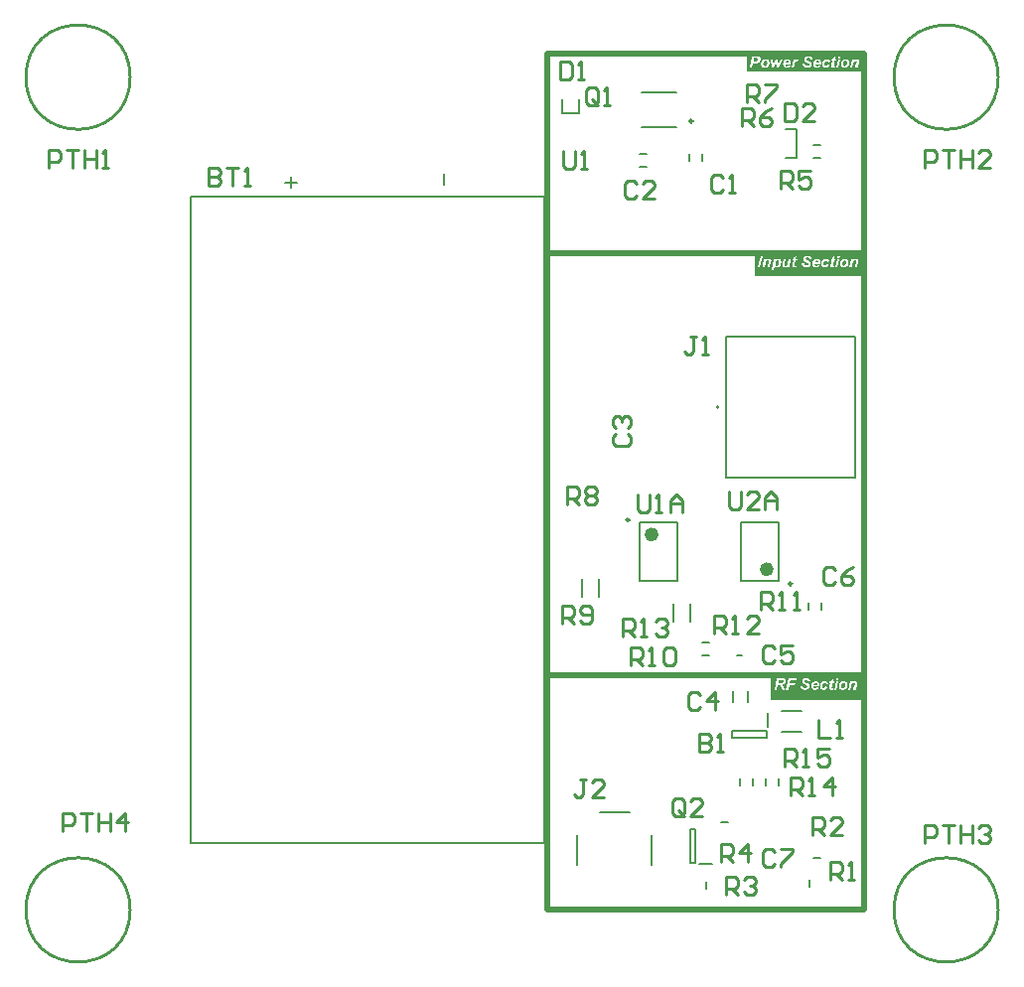
<source format=gbr>
%TF.GenerationSoftware,Altium Limited,Altium Designer,24.2.2 (26)*%
G04 Layer_Color=65535*
%FSLAX45Y45*%
%MOMM*%
%TF.SameCoordinates,979FBE80-878B-4EC3-91C7-7055811A0E5A*%
%TF.FilePolarity,Positive*%
%TF.FileFunction,Legend,Top*%
%TF.Part,Single*%
G01*
G75*
%TA.AperFunction,NonConductor*%
%ADD48C,0.25400*%
%ADD49C,0.25000*%
%ADD50C,0.60000*%
%ADD51C,0.20000*%
%ADD52C,0.12700*%
%ADD53C,0.50000*%
%ADD54C,0.15000*%
%ADD55C,0.17500*%
G36*
X17680688Y9750000D02*
X16705580D01*
Y9880600D01*
X17224094D01*
X17221030Y9880494D01*
X17218176Y9880283D01*
X17215430Y9879860D01*
X17212894Y9879332D01*
X17210674Y9878698D01*
X17208562Y9878064D01*
X17206554Y9877324D01*
X17204863Y9876585D01*
X17203384Y9875739D01*
X17202010Y9875000D01*
X17200848Y9874366D01*
X17200002Y9873732D01*
X17199263Y9873204D01*
X17198734Y9872781D01*
X17198418Y9872570D01*
X17198312Y9872464D01*
X17196727Y9870879D01*
X17195354Y9869294D01*
X17194191Y9867603D01*
X17193134Y9865807D01*
X17192290Y9864116D01*
X17191655Y9862426D01*
X17191022Y9860735D01*
X17190598Y9859150D01*
X17190176Y9857671D01*
X17189859Y9856297D01*
X17189754Y9855135D01*
X17189542Y9854078D01*
Y9853127D01*
X17189436Y9852493D01*
Y9852071D01*
Y9851965D01*
X17189542Y9849429D01*
X17189859Y9847105D01*
X17190387Y9844991D01*
X17190915Y9843195D01*
X17191444Y9841716D01*
X17191972Y9840659D01*
X17192078Y9840236D01*
X17192290Y9839919D01*
X17192395Y9839814D01*
Y9839708D01*
X17193558Y9837806D01*
X17194931Y9836115D01*
X17196304Y9834636D01*
X17197572Y9833474D01*
X17198734Y9832417D01*
X17199686Y9831783D01*
X17200319Y9831255D01*
X17200426Y9831149D01*
X17200531D01*
X17201587Y9830515D01*
X17202750Y9829881D01*
X17205391Y9828508D01*
X17208139Y9827134D01*
X17210780Y9825760D01*
X17212048Y9825232D01*
X17213316Y9824704D01*
X17214372Y9824175D01*
X17215324Y9823753D01*
X17216063Y9823436D01*
X17216592Y9823119D01*
X17217014Y9823013D01*
X17217120Y9822907D01*
X17219128Y9822062D01*
X17221030Y9821217D01*
X17222615Y9820477D01*
X17224094Y9819738D01*
X17225467Y9819104D01*
X17226524Y9818575D01*
X17227580Y9818047D01*
X17228426Y9817519D01*
X17229060Y9817096D01*
X17229694Y9816779D01*
X17230116Y9816462D01*
X17230539Y9816251D01*
X17230962Y9815934D01*
X17231068Y9815828D01*
X17232230Y9814666D01*
X17233182Y9813398D01*
X17233815Y9812130D01*
X17234238Y9810967D01*
X17234448Y9810016D01*
X17234660Y9809171D01*
Y9808643D01*
Y9808431D01*
X17234448Y9806635D01*
X17233920Y9805050D01*
X17233287Y9803571D01*
X17232442Y9802303D01*
X17231596Y9801352D01*
X17230962Y9800612D01*
X17230434Y9800190D01*
X17230222Y9799978D01*
X17229378Y9799344D01*
X17228320Y9798816D01*
X17226207Y9797971D01*
X17223776Y9797337D01*
X17221452Y9796914D01*
X17219339Y9796703D01*
X17218388Y9796597D01*
X17217543D01*
X17216908Y9796491D01*
X17215958D01*
X17213844Y9796597D01*
X17211942Y9796703D01*
X17210146Y9797020D01*
X17208456Y9797337D01*
X17206976Y9797654D01*
X17205708Y9798182D01*
X17204546Y9798605D01*
X17203490Y9799133D01*
X17202538Y9799556D01*
X17201799Y9800084D01*
X17201164Y9800507D01*
X17200636Y9800824D01*
X17200319Y9801246D01*
X17200002Y9801458D01*
X17199896Y9801563D01*
X17199791Y9801669D01*
X17199263Y9802303D01*
X17198840Y9803148D01*
X17198206Y9804945D01*
X17197572Y9806952D01*
X17197255Y9809065D01*
X17196938Y9810967D01*
Y9811813D01*
X17196832Y9812552D01*
X17196727Y9813186D01*
Y9813609D01*
Y9813926D01*
Y9814032D01*
X17177602Y9812975D01*
X17177707Y9809382D01*
X17178024Y9806107D01*
X17178552Y9803148D01*
X17178870Y9801880D01*
X17179187Y9800612D01*
X17179610Y9799556D01*
X17179926Y9798499D01*
X17180243Y9797654D01*
X17180455Y9797020D01*
X17180772Y9796386D01*
X17180878Y9795963D01*
X17181088Y9795752D01*
Y9795646D01*
X17181828Y9794273D01*
X17182779Y9793005D01*
X17184682Y9790680D01*
X17186900Y9788672D01*
X17189014Y9786982D01*
X17191022Y9785608D01*
X17191866Y9785080D01*
X17192606Y9784657D01*
X17193240Y9784340D01*
X17193663Y9784129D01*
X17193980Y9783917D01*
X17194086D01*
X17197678Y9782544D01*
X17201376Y9781487D01*
X17204968Y9780748D01*
X17206766Y9780431D01*
X17208456Y9780219D01*
X17209935Y9780008D01*
X17211414Y9779902D01*
X17212682Y9779797D01*
X17213739D01*
X17214584Y9779691D01*
X17215852D01*
X17219128Y9779797D01*
X17222298Y9780114D01*
X17225256Y9780536D01*
X17228003Y9781065D01*
X17230539Y9781804D01*
X17232864Y9782544D01*
X17234978Y9783389D01*
X17236879Y9784234D01*
X17238570Y9785080D01*
X17240050Y9785925D01*
X17241318Y9786665D01*
X17242374Y9787404D01*
X17243219Y9787933D01*
X17243854Y9788355D01*
X17244170Y9788672D01*
X17244276Y9788778D01*
X17246072Y9790574D01*
X17247656Y9792371D01*
X17249031Y9794273D01*
X17250192Y9796069D01*
X17251250Y9797971D01*
X17251990Y9799767D01*
X17252728Y9801563D01*
X17253258Y9803254D01*
X17253680Y9804839D01*
X17253996Y9806318D01*
X17254208Y9807586D01*
X17254419Y9808748D01*
Y9809594D01*
X17254526Y9810333D01*
Y9810756D01*
Y9810862D01*
X17254419Y9812764D01*
X17254208Y9814560D01*
X17253891Y9816356D01*
X17253468Y9817941D01*
X17252940Y9819421D01*
X17252306Y9820900D01*
X17251778Y9822168D01*
X17251144Y9823330D01*
X17250404Y9824387D01*
X17249876Y9825338D01*
X17249242Y9826077D01*
X17248714Y9826817D01*
X17248291Y9827345D01*
X17247974Y9827662D01*
X17247763Y9827874D01*
X17247656Y9827979D01*
X17246706Y9828825D01*
X17245438Y9829776D01*
X17243959Y9830727D01*
X17242374Y9831783D01*
X17240578Y9832734D01*
X17238782Y9833685D01*
X17235188Y9835587D01*
X17233392Y9836432D01*
X17231807Y9837278D01*
X17230222Y9838017D01*
X17228954Y9838651D01*
X17227792Y9839074D01*
X17226947Y9839497D01*
X17226418Y9839708D01*
X17226207Y9839814D01*
X17224199Y9840659D01*
X17222403Y9841504D01*
X17220712Y9842350D01*
X17219234Y9843089D01*
X17217860Y9843723D01*
X17216698Y9844357D01*
X17215640Y9844886D01*
X17214795Y9845414D01*
X17214056Y9845942D01*
X17213316Y9846259D01*
X17212788Y9846682D01*
X17212471Y9846893D01*
X17211942Y9847316D01*
X17211731Y9847422D01*
X17210674Y9848478D01*
X17209935Y9849640D01*
X17209302Y9850803D01*
X17208984Y9851965D01*
X17208772Y9852916D01*
X17208667Y9853656D01*
X17208562Y9854184D01*
Y9854395D01*
X17208667Y9855980D01*
X17209090Y9857460D01*
X17209618Y9858728D01*
X17210358Y9859784D01*
X17210991Y9860630D01*
X17211520Y9861263D01*
X17211942Y9861686D01*
X17212048Y9861792D01*
X17212788Y9862320D01*
X17213634Y9862743D01*
X17215430Y9863482D01*
X17217438Y9864011D01*
X17219339Y9864433D01*
X17221135Y9864645D01*
X17221980D01*
X17222615Y9864750D01*
X17223988D01*
X17226947Y9864539D01*
X17229588Y9864116D01*
X17231702Y9863588D01*
X17233604Y9862848D01*
X17234978Y9862109D01*
X17235928Y9861580D01*
X17236562Y9861158D01*
X17236774Y9860946D01*
X17238252Y9859467D01*
X17239415Y9857671D01*
X17240260Y9855980D01*
X17240894Y9854184D01*
X17241423Y9852705D01*
X17241634Y9851437D01*
X17241740Y9850908D01*
X17241846Y9850591D01*
Y9850380D01*
Y9850274D01*
X17261076Y9851120D01*
X17260759Y9853550D01*
X17260336Y9855875D01*
X17259808Y9857988D01*
X17259068Y9860101D01*
X17258223Y9862003D01*
X17257378Y9863694D01*
X17256427Y9865384D01*
X17255582Y9866758D01*
X17254631Y9868132D01*
X17253786Y9869188D01*
X17252940Y9870245D01*
X17252200Y9870985D01*
X17251566Y9871619D01*
X17251144Y9872147D01*
X17250827Y9872358D01*
X17250722Y9872464D01*
X17248924Y9873943D01*
X17246918Y9875105D01*
X17244804Y9876268D01*
X17242586Y9877219D01*
X17240366Y9877958D01*
X17238147Y9878592D01*
X17236034Y9879121D01*
X17233920Y9879543D01*
X17231914Y9879966D01*
X17230011Y9880177D01*
X17228426Y9880389D01*
X17226947Y9880494D01*
X17225784Y9880600D01*
X17680688D01*
Y9750000D01*
D02*
G37*
G36*
X17678650Y8005080D02*
X16768829D01*
Y8178800D01*
X17216978D01*
X17213913Y8178694D01*
X17211060Y8178483D01*
X17208313Y8178060D01*
X17205777Y8177532D01*
X17203558Y8176898D01*
X17201445Y8176264D01*
X17199437Y8175524D01*
X17197746Y8174785D01*
X17196268Y8173939D01*
X17194894Y8173200D01*
X17193732Y8172566D01*
X17192886Y8171932D01*
X17192146Y8171404D01*
X17191618Y8170981D01*
X17191301Y8170770D01*
X17191196Y8170664D01*
X17189610Y8169079D01*
X17188237Y8167494D01*
X17187074Y8165803D01*
X17186018Y8164007D01*
X17185173Y8162316D01*
X17184538Y8160626D01*
X17183905Y8158935D01*
X17183482Y8157350D01*
X17183060Y8155871D01*
X17182742Y8154497D01*
X17182637Y8153335D01*
X17182425Y8152278D01*
Y8151327D01*
X17182320Y8150693D01*
Y8150271D01*
Y8150165D01*
X17182425Y8147629D01*
X17182742Y8145305D01*
X17183270Y8143191D01*
X17183800Y8141395D01*
X17184328Y8139916D01*
X17184856Y8138859D01*
X17184961Y8138436D01*
X17185173Y8138119D01*
X17185278Y8138014D01*
Y8137908D01*
X17186441Y8136006D01*
X17187814Y8134315D01*
X17189188Y8132836D01*
X17190456Y8131674D01*
X17191618Y8130617D01*
X17192569Y8129983D01*
X17193204Y8129455D01*
X17193309Y8129349D01*
X17193414D01*
X17194472Y8128715D01*
X17195633Y8128081D01*
X17198276Y8126708D01*
X17201022Y8125334D01*
X17203664Y8123960D01*
X17204932Y8123432D01*
X17206200Y8122904D01*
X17207256Y8122375D01*
X17208208Y8121953D01*
X17208948Y8121636D01*
X17209476Y8121319D01*
X17209898Y8121213D01*
X17210004Y8121107D01*
X17212012Y8120262D01*
X17213913Y8119417D01*
X17215498Y8118677D01*
X17216978Y8117938D01*
X17218352Y8117304D01*
X17219408Y8116775D01*
X17220464Y8116247D01*
X17221310Y8115719D01*
X17221944Y8115296D01*
X17222578Y8114979D01*
X17223000Y8114662D01*
X17223422Y8114451D01*
X17223846Y8114134D01*
X17223952Y8114028D01*
X17225114Y8112866D01*
X17226065Y8111598D01*
X17226698Y8110330D01*
X17227121Y8109167D01*
X17227333Y8108216D01*
X17227544Y8107371D01*
Y8106843D01*
Y8106631D01*
X17227333Y8104835D01*
X17226804Y8103250D01*
X17226170Y8101771D01*
X17225325Y8100503D01*
X17224480Y8099552D01*
X17223846Y8098812D01*
X17223317Y8098390D01*
X17223106Y8098178D01*
X17222261Y8097544D01*
X17221204Y8097016D01*
X17219090Y8096171D01*
X17216661Y8095537D01*
X17214336Y8095114D01*
X17212222Y8094903D01*
X17211272Y8094797D01*
X17210426D01*
X17209792Y8094691D01*
X17208841D01*
X17206728Y8094797D01*
X17204826Y8094903D01*
X17203030Y8095220D01*
X17201340Y8095537D01*
X17199860Y8095854D01*
X17198592Y8096382D01*
X17197430Y8096805D01*
X17196373Y8097333D01*
X17195422Y8097756D01*
X17194682Y8098284D01*
X17194048Y8098707D01*
X17193520Y8099024D01*
X17193204Y8099446D01*
X17192886Y8099658D01*
X17192780Y8099763D01*
X17192674Y8099869D01*
X17192146Y8100503D01*
X17191724Y8101348D01*
X17191090Y8103145D01*
X17190456Y8105152D01*
X17190138Y8107265D01*
X17189822Y8109167D01*
Y8110013D01*
X17189716Y8110752D01*
X17189610Y8111386D01*
Y8111809D01*
Y8112126D01*
Y8112232D01*
X17170485Y8111175D01*
X17170592Y8107582D01*
X17170908Y8104307D01*
X17171436Y8101348D01*
X17171753Y8100080D01*
X17172070Y8098812D01*
X17172493Y8097756D01*
X17172810Y8096699D01*
X17173128Y8095854D01*
X17173338Y8095220D01*
X17173656Y8094586D01*
X17173761Y8094163D01*
X17173972Y8093952D01*
Y8093846D01*
X17174712Y8092473D01*
X17175664Y8091205D01*
X17177565Y8088880D01*
X17179784Y8086872D01*
X17181897Y8085182D01*
X17183905Y8083808D01*
X17184750Y8083280D01*
X17185490Y8082857D01*
X17186124Y8082540D01*
X17186546Y8082329D01*
X17186864Y8082117D01*
X17186969D01*
X17190562Y8080744D01*
X17194260Y8079687D01*
X17197852Y8078948D01*
X17199649Y8078631D01*
X17201340Y8078419D01*
X17202818Y8078208D01*
X17204298Y8078102D01*
X17205566Y8077997D01*
X17206622D01*
X17207468Y8077891D01*
X17208736D01*
X17212012Y8077997D01*
X17215181Y8078314D01*
X17218140Y8078736D01*
X17220888Y8079265D01*
X17223422Y8080004D01*
X17225748Y8080744D01*
X17227861Y8081589D01*
X17229762Y8082434D01*
X17231453Y8083280D01*
X17232933Y8084125D01*
X17234201Y8084865D01*
X17235257Y8085604D01*
X17236102Y8086133D01*
X17236737Y8086555D01*
X17237054Y8086872D01*
X17237160Y8086978D01*
X17238956Y8088774D01*
X17240541Y8090571D01*
X17241914Y8092473D01*
X17243077Y8094269D01*
X17244133Y8096171D01*
X17244873Y8097967D01*
X17245612Y8099763D01*
X17246141Y8101454D01*
X17246564Y8103039D01*
X17246880Y8104518D01*
X17247092Y8105786D01*
X17247302Y8106948D01*
Y8107794D01*
X17247409Y8108533D01*
Y8108956D01*
Y8109062D01*
X17247302Y8110964D01*
X17247092Y8112760D01*
X17246774Y8114556D01*
X17246352Y8116141D01*
X17245824Y8117621D01*
X17245190Y8119100D01*
X17244661Y8120368D01*
X17244028Y8121530D01*
X17243288Y8122587D01*
X17242760Y8123538D01*
X17242126Y8124277D01*
X17241597Y8125017D01*
X17241174Y8125545D01*
X17240858Y8125862D01*
X17240646Y8126074D01*
X17240541Y8126179D01*
X17239590Y8127025D01*
X17238322Y8127976D01*
X17236842Y8128927D01*
X17235257Y8129983D01*
X17233461Y8130934D01*
X17231665Y8131885D01*
X17228072Y8133787D01*
X17226276Y8134632D01*
X17224690Y8135478D01*
X17223106Y8136217D01*
X17221838Y8136851D01*
X17220676Y8137274D01*
X17219830Y8137697D01*
X17219302Y8137908D01*
X17219090Y8138014D01*
X17217084Y8138859D01*
X17215286Y8139704D01*
X17213596Y8140550D01*
X17212117Y8141289D01*
X17210744Y8141923D01*
X17209581Y8142557D01*
X17208524Y8143086D01*
X17207680Y8143614D01*
X17206940Y8144142D01*
X17206200Y8144459D01*
X17205672Y8144882D01*
X17205354Y8145093D01*
X17204826Y8145516D01*
X17204614Y8145622D01*
X17203558Y8146678D01*
X17202818Y8147840D01*
X17202185Y8149003D01*
X17201868Y8150165D01*
X17201656Y8151116D01*
X17201550Y8151856D01*
X17201445Y8152384D01*
Y8152595D01*
X17201550Y8154180D01*
X17201973Y8155660D01*
X17202502Y8156928D01*
X17203241Y8157984D01*
X17203876Y8158830D01*
X17204404Y8159463D01*
X17204826Y8159886D01*
X17204932Y8159992D01*
X17205672Y8160520D01*
X17206517Y8160943D01*
X17208313Y8161682D01*
X17210321Y8162211D01*
X17212222Y8162633D01*
X17214018Y8162845D01*
X17214864D01*
X17215498Y8162950D01*
X17216872D01*
X17219830Y8162739D01*
X17222472Y8162316D01*
X17224585Y8161788D01*
X17226488Y8161048D01*
X17227861Y8160309D01*
X17228812Y8159780D01*
X17229446Y8159358D01*
X17229657Y8159146D01*
X17231136Y8157667D01*
X17232298Y8155871D01*
X17233144Y8154180D01*
X17233778Y8152384D01*
X17234306Y8150905D01*
X17234518Y8149637D01*
X17234624Y8149108D01*
X17234729Y8148791D01*
Y8148580D01*
Y8148474D01*
X17253960Y8149320D01*
X17253642Y8151750D01*
X17253220Y8154075D01*
X17252692Y8156188D01*
X17251952Y8158301D01*
X17251106Y8160203D01*
X17250262Y8161894D01*
X17249310Y8163584D01*
X17248465Y8164958D01*
X17247514Y8166332D01*
X17246669Y8167388D01*
X17245824Y8168445D01*
X17245084Y8169185D01*
X17244450Y8169819D01*
X17244028Y8170347D01*
X17243710Y8170558D01*
X17243605Y8170664D01*
X17241809Y8172143D01*
X17239801Y8173305D01*
X17237688Y8174468D01*
X17235469Y8175419D01*
X17233250Y8176158D01*
X17231030Y8176792D01*
X17228918Y8177321D01*
X17226804Y8177743D01*
X17224797Y8178166D01*
X17222894Y8178377D01*
X17221310Y8178589D01*
X17219830Y8178694D01*
X17218668Y8178800D01*
X17678650D01*
Y8005080D01*
D02*
G37*
G36*
X17676500Y4389060D02*
X16903059D01*
Y4577080D01*
X17206834D01*
X17203770Y4576974D01*
X17200917Y4576763D01*
X17198169Y4576340D01*
X17195633Y4575812D01*
X17193414Y4575178D01*
X17191301Y4574544D01*
X17189294Y4573804D01*
X17187604Y4573065D01*
X17186124Y4572219D01*
X17184750Y4571480D01*
X17183588Y4570846D01*
X17182742Y4570212D01*
X17182002Y4569684D01*
X17181474Y4569261D01*
X17181157Y4569050D01*
X17181052Y4568944D01*
X17179466Y4567359D01*
X17178093Y4565774D01*
X17176932Y4564083D01*
X17175874Y4562287D01*
X17175029Y4560596D01*
X17174396Y4558906D01*
X17173761Y4557215D01*
X17173338Y4555630D01*
X17172916Y4554151D01*
X17172598Y4552777D01*
X17172493Y4551615D01*
X17172282Y4550558D01*
Y4549607D01*
X17172176Y4548973D01*
Y4548551D01*
Y4548445D01*
X17172282Y4545909D01*
X17172598Y4543585D01*
X17173128Y4541471D01*
X17173656Y4539675D01*
X17174184Y4538196D01*
X17174712Y4537139D01*
X17174818Y4536716D01*
X17175029Y4536399D01*
X17175134Y4536294D01*
Y4536188D01*
X17176297Y4534286D01*
X17177670Y4532595D01*
X17179044Y4531116D01*
X17180312Y4529954D01*
X17181474Y4528897D01*
X17182425Y4528263D01*
X17183060Y4527735D01*
X17183165Y4527629D01*
X17183270D01*
X17184328Y4526995D01*
X17185490Y4526361D01*
X17188132Y4524988D01*
X17190878Y4523614D01*
X17193520Y4522240D01*
X17194788Y4521712D01*
X17196056Y4521184D01*
X17197113Y4520655D01*
X17198064Y4520233D01*
X17198804Y4519916D01*
X17199332Y4519599D01*
X17199754Y4519493D01*
X17199860Y4519387D01*
X17201868Y4518542D01*
X17203770Y4517697D01*
X17205354Y4516957D01*
X17206834Y4516218D01*
X17208208Y4515584D01*
X17209264Y4515055D01*
X17210321Y4514527D01*
X17211166Y4513999D01*
X17211800Y4513576D01*
X17212434Y4513259D01*
X17212857Y4512942D01*
X17213280Y4512731D01*
X17213702Y4512414D01*
X17213808Y4512308D01*
X17214970Y4511146D01*
X17215921Y4509878D01*
X17216554Y4508610D01*
X17216978Y4507447D01*
X17217189Y4506496D01*
X17217400Y4505651D01*
Y4505123D01*
Y4504911D01*
X17217189Y4503115D01*
X17216661Y4501530D01*
X17216026Y4500051D01*
X17215181Y4498783D01*
X17214336Y4497832D01*
X17213702Y4497092D01*
X17213174Y4496670D01*
X17212962Y4496458D01*
X17212117Y4495824D01*
X17211060Y4495296D01*
X17208948Y4494451D01*
X17206517Y4493817D01*
X17204192Y4493394D01*
X17202078Y4493183D01*
X17201128Y4493077D01*
X17200282D01*
X17199649Y4492971D01*
X17198698D01*
X17196584Y4493077D01*
X17194682Y4493183D01*
X17192886Y4493500D01*
X17191196Y4493817D01*
X17189716Y4494134D01*
X17188448Y4494662D01*
X17187286Y4495085D01*
X17186229Y4495613D01*
X17185278Y4496036D01*
X17184538Y4496564D01*
X17183905Y4496987D01*
X17183376Y4497304D01*
X17183060Y4497726D01*
X17182742Y4497938D01*
X17182637Y4498043D01*
X17182532Y4498149D01*
X17182002Y4498783D01*
X17181580Y4499628D01*
X17180946Y4501425D01*
X17180312Y4503432D01*
X17179996Y4505545D01*
X17179678Y4507447D01*
Y4508293D01*
X17179572Y4509032D01*
X17179466Y4509666D01*
Y4510089D01*
Y4510406D01*
Y4510512D01*
X17160342Y4509455D01*
X17160448Y4505862D01*
X17160764Y4502587D01*
X17161293Y4499628D01*
X17161610Y4498360D01*
X17161926Y4497092D01*
X17162349Y4496036D01*
X17162666Y4494979D01*
X17162984Y4494134D01*
X17163194Y4493500D01*
X17163512Y4492866D01*
X17163617Y4492443D01*
X17163829Y4492232D01*
Y4492126D01*
X17164568Y4490753D01*
X17165520Y4489485D01*
X17167421Y4487160D01*
X17169640Y4485152D01*
X17171753Y4483462D01*
X17173761Y4482088D01*
X17174606Y4481560D01*
X17175346Y4481137D01*
X17175980Y4480820D01*
X17176402Y4480609D01*
X17176720Y4480397D01*
X17176825D01*
X17180418Y4479024D01*
X17184116Y4477967D01*
X17187709Y4477228D01*
X17189505Y4476911D01*
X17191196Y4476699D01*
X17192674Y4476488D01*
X17194154Y4476382D01*
X17195422Y4476277D01*
X17196478D01*
X17197324Y4476171D01*
X17198592D01*
X17201868Y4476277D01*
X17205037Y4476594D01*
X17207996Y4477016D01*
X17210744Y4477545D01*
X17213280Y4478284D01*
X17215604Y4479024D01*
X17217717Y4479869D01*
X17219620Y4480714D01*
X17221310Y4481560D01*
X17222789Y4482405D01*
X17224057Y4483145D01*
X17225114Y4483884D01*
X17225958Y4484413D01*
X17226593Y4484835D01*
X17226910Y4485152D01*
X17227016Y4485258D01*
X17228812Y4487054D01*
X17230397Y4488851D01*
X17231770Y4490753D01*
X17232933Y4492549D01*
X17233989Y4494451D01*
X17234729Y4496247D01*
X17235469Y4498043D01*
X17235997Y4499734D01*
X17236420Y4501319D01*
X17236737Y4502798D01*
X17236948Y4504066D01*
X17237160Y4505228D01*
Y4506074D01*
X17237265Y4506813D01*
Y4507236D01*
Y4507342D01*
X17237160Y4509244D01*
X17236948Y4511040D01*
X17236630Y4512836D01*
X17236208Y4514421D01*
X17235680Y4515901D01*
X17235046Y4517380D01*
X17234518Y4518648D01*
X17233884Y4519810D01*
X17233144Y4520867D01*
X17232616Y4521818D01*
X17231982Y4522557D01*
X17231453Y4523297D01*
X17231030Y4523825D01*
X17230714Y4524142D01*
X17230502Y4524354D01*
X17230397Y4524459D01*
X17229446Y4525305D01*
X17228178Y4526256D01*
X17226698Y4527207D01*
X17225114Y4528263D01*
X17223317Y4529214D01*
X17221521Y4530165D01*
X17217928Y4532067D01*
X17216132Y4532912D01*
X17214548Y4533758D01*
X17212962Y4534497D01*
X17211694Y4535131D01*
X17210532Y4535554D01*
X17209686Y4535977D01*
X17209158Y4536188D01*
X17208948Y4536294D01*
X17206940Y4537139D01*
X17205144Y4537984D01*
X17203453Y4538830D01*
X17201973Y4539569D01*
X17200600Y4540203D01*
X17199437Y4540837D01*
X17198381Y4541366D01*
X17197536Y4541894D01*
X17196796Y4542422D01*
X17196056Y4542739D01*
X17195528Y4543162D01*
X17195210Y4543373D01*
X17194682Y4543796D01*
X17194472Y4543902D01*
X17193414Y4544958D01*
X17192674Y4546120D01*
X17192041Y4547283D01*
X17191724Y4548445D01*
X17191512Y4549396D01*
X17191406Y4550136D01*
X17191301Y4550664D01*
Y4550875D01*
X17191406Y4552460D01*
X17191829Y4553940D01*
X17192358Y4555208D01*
X17193097Y4556264D01*
X17193732Y4557110D01*
X17194260Y4557743D01*
X17194682Y4558166D01*
X17194788Y4558272D01*
X17195528Y4558800D01*
X17196373Y4559223D01*
X17198169Y4559962D01*
X17200177Y4560491D01*
X17202078Y4560913D01*
X17203876Y4561125D01*
X17204720D01*
X17205354Y4561230D01*
X17206728D01*
X17209686Y4561019D01*
X17212328Y4560596D01*
X17214442Y4560068D01*
X17216344Y4559328D01*
X17217717Y4558589D01*
X17218668Y4558060D01*
X17219302Y4557638D01*
X17219513Y4557426D01*
X17220993Y4555947D01*
X17222156Y4554151D01*
X17223000Y4552460D01*
X17223634Y4550664D01*
X17224162Y4549185D01*
X17224374Y4547917D01*
X17224480Y4547388D01*
X17224585Y4547071D01*
Y4546860D01*
Y4546754D01*
X17243816Y4547600D01*
X17243500Y4550030D01*
X17243077Y4552355D01*
X17242548Y4554468D01*
X17241809Y4556581D01*
X17240964Y4558483D01*
X17240118Y4560174D01*
X17239166Y4561864D01*
X17238322Y4563238D01*
X17237370Y4564612D01*
X17236525Y4565668D01*
X17235680Y4566725D01*
X17234940Y4567465D01*
X17234306Y4568099D01*
X17233884Y4568627D01*
X17233566Y4568838D01*
X17233461Y4568944D01*
X17231665Y4570423D01*
X17229657Y4571585D01*
X17227544Y4572748D01*
X17225325Y4573699D01*
X17223106Y4574438D01*
X17220888Y4575072D01*
X17218774Y4575601D01*
X17216661Y4576023D01*
X17214653Y4576446D01*
X17212750Y4576657D01*
X17211166Y4576869D01*
X17209686Y4576974D01*
X17208524Y4577080D01*
X17676500D01*
Y4389060D01*
D02*
G37*
%LPC*%
G36*
X17501462Y9879015D02*
X17482442D01*
X17478850Y9861792D01*
X17497868D01*
X17501462Y9879015D01*
D02*
G37*
G36*
X17640410Y9853761D02*
X17639565D01*
X17637134Y9853656D01*
X17634810Y9853339D01*
X17632697Y9852916D01*
X17630901Y9852493D01*
X17629315Y9852071D01*
X17628680Y9851859D01*
X17628152Y9851648D01*
X17627730Y9851437D01*
X17627412Y9851331D01*
X17627202Y9851225D01*
X17627097D01*
X17624876Y9850169D01*
X17622658Y9848901D01*
X17620439Y9847422D01*
X17618538Y9846154D01*
X17616847Y9844886D01*
X17616212Y9844357D01*
X17615579Y9843829D01*
X17615051Y9843406D01*
X17614734Y9843089D01*
X17614522Y9842984D01*
X17614417Y9842878D01*
X17616212Y9852176D01*
X17598039D01*
X17583351Y9781487D01*
X17602264D01*
X17608289Y9810439D01*
X17608817Y9812764D01*
X17609344Y9814771D01*
X17609767Y9816673D01*
X17610190Y9818470D01*
X17610612Y9819949D01*
X17611035Y9821322D01*
X17611458Y9822590D01*
X17611775Y9823647D01*
X17612093Y9824492D01*
X17612408Y9825232D01*
X17612621Y9825866D01*
X17612833Y9826394D01*
X17613043Y9826817D01*
X17613148Y9827028D01*
X17613254Y9827240D01*
X17614417Y9829353D01*
X17615790Y9831149D01*
X17617165Y9832734D01*
X17618433Y9834108D01*
X17619594Y9835164D01*
X17620544Y9835904D01*
X17621179Y9836432D01*
X17621284Y9836538D01*
X17621390D01*
X17623293Y9837700D01*
X17625089Y9838651D01*
X17626674Y9839285D01*
X17628047Y9839708D01*
X17629210Y9839919D01*
X17630161Y9840131D01*
X17630901D01*
X17632274Y9840025D01*
X17633542Y9839814D01*
X17634492Y9839497D01*
X17635338Y9839074D01*
X17636078Y9838651D01*
X17636501Y9838334D01*
X17636816Y9838123D01*
X17636923Y9838017D01*
X17637663Y9837172D01*
X17638191Y9836221D01*
X17638614Y9835270D01*
X17638824Y9834319D01*
X17639037Y9833474D01*
X17639142Y9832840D01*
Y9832417D01*
Y9832206D01*
Y9831783D01*
X17639037Y9831255D01*
X17638931Y9830515D01*
X17638824Y9829776D01*
X17638509Y9827979D01*
X17638191Y9826183D01*
X17637874Y9824387D01*
X17637663Y9823541D01*
X17637556Y9822907D01*
X17637451Y9822273D01*
X17637346Y9821851D01*
X17637241Y9821534D01*
Y9821428D01*
X17628577Y9781487D01*
X17647488D01*
X17656154Y9821322D01*
X17656577Y9823224D01*
X17656894Y9824915D01*
X17657211Y9826500D01*
X17657422Y9827874D01*
X17657632Y9829247D01*
X17657845Y9830304D01*
X17658057Y9831361D01*
X17658162Y9832312D01*
X17658267Y9833051D01*
X17658372Y9833685D01*
Y9834319D01*
X17658479Y9834742D01*
Y9835481D01*
X17658372Y9836961D01*
X17658267Y9838440D01*
X17657739Y9840976D01*
X17656894Y9843301D01*
X17655943Y9845203D01*
X17654993Y9846682D01*
X17654568Y9847316D01*
X17654253Y9847738D01*
X17653828Y9848161D01*
X17653618Y9848478D01*
X17653513Y9848584D01*
X17653407Y9848689D01*
X17652457Y9849535D01*
X17651399Y9850380D01*
X17649074Y9851648D01*
X17646750Y9852493D01*
X17644637Y9853127D01*
X17642628Y9853550D01*
X17641785Y9853656D01*
X17641045D01*
X17640410Y9853761D01*
D02*
G37*
G36*
X17134491D02*
X17133751D01*
X17131638Y9853550D01*
X17129526Y9853127D01*
X17127411Y9852388D01*
X17125510Y9851331D01*
X17123607Y9850169D01*
X17121811Y9848901D01*
X17120120Y9847527D01*
X17118642Y9846048D01*
X17117162Y9844569D01*
X17116000Y9843195D01*
X17114838Y9841927D01*
X17113885Y9840765D01*
X17113147Y9839814D01*
X17112617Y9838968D01*
X17112302Y9838546D01*
X17112196Y9838334D01*
X17115050Y9852176D01*
X17097191D01*
X17082504Y9781487D01*
X17101418D01*
X17106067Y9803571D01*
X17106595Y9806001D01*
X17107124Y9808326D01*
X17107652Y9810439D01*
X17108075Y9812341D01*
X17108603Y9814137D01*
X17109026Y9815722D01*
X17109448Y9817202D01*
X17109871Y9818470D01*
X17110294Y9819632D01*
X17110611Y9820583D01*
X17110928Y9821428D01*
X17111139Y9822062D01*
X17111349Y9822590D01*
X17111562Y9822907D01*
X17111667Y9823119D01*
Y9823224D01*
X17112830Y9825443D01*
X17114203Y9827451D01*
X17115471Y9829142D01*
X17116846Y9830515D01*
X17117902Y9831678D01*
X17118852Y9832523D01*
X17119485Y9832946D01*
X17119592Y9833157D01*
X17119698D01*
X17121600Y9834425D01*
X17123396Y9835376D01*
X17125087Y9836010D01*
X17126672Y9836538D01*
X17127940Y9836749D01*
X17128891Y9836855D01*
X17129526Y9836961D01*
X17129736D01*
X17131850Y9836855D01*
X17132800Y9836644D01*
X17133646Y9836538D01*
X17134386Y9836327D01*
X17134914Y9836115D01*
X17135229Y9836010D01*
X17135336D01*
X17142627Y9851648D01*
X17140936Y9852388D01*
X17139246Y9852916D01*
X17137766Y9853233D01*
X17136394Y9853550D01*
X17135336Y9853656D01*
X17134491Y9853761D01*
D02*
G37*
G36*
X17385231D02*
X17384068D01*
X17381956Y9853656D01*
X17379843Y9853550D01*
X17375932Y9852810D01*
X17374031Y9852388D01*
X17372340Y9851859D01*
X17370650Y9851331D01*
X17369170Y9850803D01*
X17367796Y9850274D01*
X17366528Y9849746D01*
X17365472Y9849218D01*
X17364520Y9848795D01*
X17363782Y9848372D01*
X17363252Y9848055D01*
X17362936Y9847950D01*
X17362831Y9847844D01*
X17361140Y9846682D01*
X17359448Y9845414D01*
X17357970Y9844146D01*
X17356491Y9842878D01*
X17355223Y9841504D01*
X17354060Y9840131D01*
X17353004Y9838863D01*
X17352052Y9837595D01*
X17351208Y9836327D01*
X17350468Y9835270D01*
X17349834Y9834214D01*
X17349306Y9833368D01*
X17348988Y9832629D01*
X17348672Y9832100D01*
X17348566Y9831783D01*
X17348460Y9831678D01*
X17347615Y9829776D01*
X17346875Y9827768D01*
X17345712Y9823964D01*
X17344868Y9820266D01*
X17344551Y9818575D01*
X17344339Y9816990D01*
X17344128Y9815405D01*
X17343916Y9814137D01*
X17343811Y9812869D01*
Y9811918D01*
X17343706Y9811073D01*
Y9809911D01*
X17343811Y9807375D01*
X17344022Y9804945D01*
X17344444Y9802620D01*
X17344974Y9800507D01*
X17345502Y9798499D01*
X17346242Y9796703D01*
X17346980Y9795012D01*
X17347720Y9793533D01*
X17348460Y9792159D01*
X17349094Y9790997D01*
X17349834Y9790046D01*
X17350362Y9789201D01*
X17350891Y9788567D01*
X17351312Y9788144D01*
X17351524Y9787827D01*
X17351630Y9787721D01*
X17353215Y9786348D01*
X17354800Y9785080D01*
X17356596Y9784023D01*
X17358287Y9783072D01*
X17360083Y9782332D01*
X17361880Y9781698D01*
X17363676Y9781170D01*
X17365367Y9780748D01*
X17366953Y9780325D01*
X17368431Y9780114D01*
X17369699Y9779902D01*
X17370860Y9779797D01*
X17371812D01*
X17372446Y9779691D01*
X17373080D01*
X17375299Y9779797D01*
X17377412Y9780008D01*
X17379420Y9780325D01*
X17381322Y9780748D01*
X17383118Y9781170D01*
X17384914Y9781698D01*
X17386499Y9782332D01*
X17387979Y9782966D01*
X17389247Y9783495D01*
X17390408Y9784129D01*
X17391466Y9784657D01*
X17392311Y9785185D01*
X17392944Y9785502D01*
X17393472Y9785819D01*
X17393790Y9786031D01*
X17393896Y9786136D01*
X17395480Y9787404D01*
X17397066Y9788778D01*
X17399812Y9791842D01*
X17402138Y9794906D01*
X17404041Y9797971D01*
X17404884Y9799344D01*
X17405624Y9800718D01*
X17406152Y9801880D01*
X17406680Y9802937D01*
X17406998Y9803782D01*
X17407315Y9804416D01*
X17407527Y9804839D01*
Y9804945D01*
X17388930Y9808009D01*
X17387979Y9805684D01*
X17386816Y9803677D01*
X17385760Y9801880D01*
X17384596Y9800507D01*
X17383646Y9799344D01*
X17382907Y9798605D01*
X17382378Y9798182D01*
X17382167Y9797971D01*
X17380582Y9796914D01*
X17378996Y9796069D01*
X17377518Y9795540D01*
X17376144Y9795118D01*
X17374982Y9794906D01*
X17374136Y9794801D01*
X17373503Y9794695D01*
X17373291D01*
X17371706Y9794801D01*
X17370227Y9795223D01*
X17368854Y9795752D01*
X17367796Y9796386D01*
X17366846Y9797020D01*
X17366212Y9797548D01*
X17365788Y9797971D01*
X17365685Y9798076D01*
X17364627Y9799450D01*
X17363887Y9801035D01*
X17363359Y9802620D01*
X17363042Y9804205D01*
X17362831Y9805579D01*
X17362619Y9806635D01*
Y9807058D01*
Y9807375D01*
Y9807586D01*
Y9807692D01*
X17362724Y9810439D01*
X17363042Y9813186D01*
X17363464Y9815722D01*
X17363887Y9818153D01*
X17364099Y9819209D01*
X17364310Y9820160D01*
X17364520Y9821006D01*
X17364732Y9821745D01*
X17364944Y9822273D01*
X17365050Y9822802D01*
X17365155Y9823013D01*
Y9823119D01*
X17366212Y9825972D01*
X17367374Y9828508D01*
X17368536Y9830621D01*
X17369804Y9832417D01*
X17370860Y9833791D01*
X17371706Y9834742D01*
X17372235Y9835270D01*
X17372446Y9835481D01*
X17374242Y9836855D01*
X17376144Y9837912D01*
X17377940Y9838651D01*
X17379526Y9839180D01*
X17380899Y9839497D01*
X17381956Y9839602D01*
X17382378Y9839708D01*
X17382907D01*
X17384596Y9839602D01*
X17386076Y9839285D01*
X17387450Y9838757D01*
X17388507Y9838334D01*
X17389458Y9837806D01*
X17390092Y9837278D01*
X17390515Y9836961D01*
X17390620Y9836855D01*
X17391676Y9835693D01*
X17392416Y9834319D01*
X17393051Y9832840D01*
X17393579Y9831361D01*
X17393896Y9830093D01*
X17394212Y9829036D01*
Y9828613D01*
X17394319Y9828296D01*
Y9828191D01*
Y9828085D01*
X17412492Y9829987D01*
X17412280Y9831995D01*
X17411859Y9833791D01*
X17411330Y9835587D01*
X17410802Y9837172D01*
X17410062Y9838757D01*
X17409428Y9840131D01*
X17408688Y9841399D01*
X17407948Y9842561D01*
X17407210Y9843618D01*
X17406470Y9844569D01*
X17405836Y9845414D01*
X17405202Y9846048D01*
X17404779Y9846576D01*
X17404356Y9846893D01*
X17404144Y9847105D01*
X17404041Y9847210D01*
X17402560Y9848372D01*
X17401080Y9849323D01*
X17399496Y9850274D01*
X17397804Y9851014D01*
X17396115Y9851648D01*
X17394424Y9852176D01*
X17391254Y9852916D01*
X17389775Y9853233D01*
X17388400Y9853444D01*
X17387239Y9853550D01*
X17386182Y9853656D01*
X17385231Y9853761D01*
D02*
G37*
G36*
X17010547Y9852176D02*
X16991527D01*
X16969655Y9804733D01*
X16967436Y9852176D01*
X16950002D01*
X16928023Y9804733D01*
X16923058Y9852176D01*
X16906151D01*
X16915027Y9781487D01*
X16932674D01*
X16954228Y9826394D01*
X16957715Y9781487D01*
X16975572D01*
X17010547Y9852176D01*
D02*
G37*
G36*
X17495862D02*
X17476842D01*
X17462155Y9781487D01*
X17481068D01*
X17495862Y9852176D01*
D02*
G37*
G36*
X16789603Y9879015D02*
X16748077D01*
X16727789Y9781487D01*
X16747865D01*
X16755580Y9818681D01*
X16772910D01*
X16774916Y9818787D01*
X16778297D01*
X16779671Y9818892D01*
X16781046D01*
X16782101Y9818998D01*
X16783157Y9819104D01*
X16783897D01*
X16784637Y9819209D01*
X16785588D01*
X16785905Y9819315D01*
X16786118D01*
X16788969Y9819843D01*
X16791611Y9820372D01*
X16793724Y9820900D01*
X16795625Y9821428D01*
X16797105Y9821851D01*
X16798161Y9822273D01*
X16798479Y9822379D01*
X16798796Y9822485D01*
X16799008Y9822590D01*
X16800804Y9823436D01*
X16802493Y9824492D01*
X16803973Y9825549D01*
X16805347Y9826606D01*
X16806404Y9827451D01*
X16807249Y9828191D01*
X16807777Y9828719D01*
X16807990Y9828930D01*
X16809468Y9830621D01*
X16810841Y9832417D01*
X16812004Y9834319D01*
X16813062Y9836115D01*
X16813802Y9837700D01*
X16814223Y9838440D01*
X16814433Y9838968D01*
X16814645Y9839497D01*
X16814857Y9839814D01*
X16814963Y9840025D01*
Y9840131D01*
X16815913Y9842772D01*
X16816653Y9845308D01*
X16817181Y9847738D01*
X16817604Y9849957D01*
X16817816Y9851754D01*
Y9852599D01*
X16817921Y9853233D01*
Y9854501D01*
X16817816Y9857354D01*
X16817393Y9859996D01*
X16816759Y9862320D01*
X16816125Y9864328D01*
X16815385Y9865913D01*
X16815068Y9866547D01*
X16814857Y9867075D01*
X16814540Y9867603D01*
X16814433Y9867920D01*
X16814223Y9868026D01*
Y9868132D01*
X16812744Y9870139D01*
X16811159Y9871936D01*
X16809573Y9873309D01*
X16807990Y9874471D01*
X16806615Y9875422D01*
X16805559Y9875951D01*
X16805136Y9876162D01*
X16804819Y9876373D01*
X16804608Y9876479D01*
X16804501D01*
X16802072Y9877324D01*
X16799326Y9877958D01*
X16796577Y9878381D01*
X16793829Y9878698D01*
X16792668Y9878804D01*
X16791505Y9878909D01*
X16790450D01*
X16789603Y9879015D01*
D02*
G37*
G36*
X17543622Y9853761D02*
X17542882D01*
X17539607Y9853656D01*
X17536436Y9853233D01*
X17533478Y9852705D01*
X17530731Y9851965D01*
X17528088Y9851014D01*
X17525764Y9850063D01*
X17523546Y9849006D01*
X17521538Y9847950D01*
X17519742Y9846788D01*
X17518156Y9845731D01*
X17516888Y9844780D01*
X17515726Y9843829D01*
X17514880Y9843089D01*
X17514247Y9842561D01*
X17513824Y9842138D01*
X17513719Y9842033D01*
X17511816Y9839708D01*
X17510126Y9837278D01*
X17508647Y9834742D01*
X17507379Y9832206D01*
X17506322Y9829564D01*
X17505371Y9826923D01*
X17504736Y9824387D01*
X17504103Y9821956D01*
X17503680Y9819632D01*
X17503365Y9817519D01*
X17503047Y9815617D01*
X17502940Y9813926D01*
X17502835Y9812552D01*
X17502730Y9811496D01*
Y9810650D01*
X17502940Y9807586D01*
X17503365Y9804628D01*
X17503893Y9801986D01*
X17504633Y9799661D01*
X17504948Y9798605D01*
X17505266Y9797654D01*
X17505583Y9796914D01*
X17505901Y9796174D01*
X17506111Y9795646D01*
X17506322Y9795223D01*
X17506429Y9795012D01*
Y9794906D01*
X17508012Y9792371D01*
X17509808Y9790046D01*
X17511711Y9788144D01*
X17513612Y9786559D01*
X17515305Y9785291D01*
X17516043Y9784763D01*
X17516676Y9784340D01*
X17517206Y9784023D01*
X17517628Y9783812D01*
X17517841Y9783600D01*
X17517944D01*
X17520905Y9782332D01*
X17523969Y9781382D01*
X17526927Y9780642D01*
X17529674Y9780219D01*
X17530942Y9780008D01*
X17532104Y9779902D01*
X17533160Y9779797D01*
X17534006D01*
X17534746Y9779691D01*
X17535696D01*
X17539078Y9779797D01*
X17542249Y9780219D01*
X17545207Y9780853D01*
X17548061Y9781593D01*
X17550700Y9782544D01*
X17553026Y9783600D01*
X17555244Y9784763D01*
X17557253Y9785925D01*
X17559048Y9787087D01*
X17560634Y9788250D01*
X17562007Y9789306D01*
X17563065Y9790257D01*
X17563908Y9790997D01*
X17564543Y9791631D01*
X17564966Y9792054D01*
X17565073Y9792159D01*
X17566974Y9794590D01*
X17568665Y9797020D01*
X17570143Y9799556D01*
X17571411Y9802092D01*
X17572469Y9804628D01*
X17573419Y9807058D01*
X17574159Y9809488D01*
X17574687Y9811707D01*
X17575110Y9813820D01*
X17575533Y9815722D01*
X17575745Y9817519D01*
X17575848Y9818998D01*
X17575955Y9820160D01*
X17576060Y9821111D01*
Y9821851D01*
X17575955Y9824492D01*
X17575638Y9827028D01*
X17575215Y9829459D01*
X17574687Y9831678D01*
X17574052Y9833685D01*
X17573209Y9835587D01*
X17572469Y9837383D01*
X17571623Y9838968D01*
X17570776Y9840342D01*
X17570038Y9841610D01*
X17569298Y9842667D01*
X17568558Y9843512D01*
X17568030Y9844252D01*
X17567607Y9844674D01*
X17567290Y9844991D01*
X17567184Y9845097D01*
X17565494Y9846576D01*
X17563593Y9847950D01*
X17561690Y9849112D01*
X17559683Y9850063D01*
X17557675Y9850908D01*
X17555667Y9851648D01*
X17553661Y9852176D01*
X17551758Y9852705D01*
X17549962Y9853022D01*
X17548271Y9853339D01*
X17546793Y9853550D01*
X17545418Y9853656D01*
X17544360D01*
X17543622Y9853761D01*
D02*
G37*
G36*
X17457928Y9876585D02*
X17436160Y9863377D01*
X17433836Y9852176D01*
X17424538D01*
X17421581Y9838017D01*
X17430984D01*
X17424855Y9809488D01*
X17424432Y9807375D01*
X17424010Y9805473D01*
X17423692Y9803782D01*
X17423482Y9802197D01*
X17423270Y9800824D01*
X17423059Y9799556D01*
X17422849Y9798499D01*
X17422742Y9797548D01*
X17422636Y9796808D01*
X17422531Y9796174D01*
Y9795646D01*
X17422424Y9795223D01*
Y9794906D01*
Y9794695D01*
Y9794484D01*
X17422531Y9793216D01*
X17422636Y9792054D01*
X17423164Y9789835D01*
X17423904Y9787933D01*
X17424750Y9786453D01*
X17425488Y9785185D01*
X17426228Y9784340D01*
X17426756Y9783812D01*
X17426968Y9783600D01*
X17427921Y9782966D01*
X17428976Y9782332D01*
X17431195Y9781382D01*
X17433731Y9780642D01*
X17436160Y9780219D01*
X17438275Y9779902D01*
X17439226Y9779797D01*
X17440071D01*
X17440811Y9779691D01*
X17443665D01*
X17445566Y9779902D01*
X17447256Y9780008D01*
X17448735Y9780219D01*
X17450108Y9780431D01*
X17451060Y9780536D01*
X17451694Y9780748D01*
X17451904D01*
X17454865Y9794906D01*
X17453069Y9794695D01*
X17451694Y9794590D01*
X17450533Y9794484D01*
X17449686D01*
X17449052Y9794378D01*
X17448418D01*
X17447151Y9794484D01*
X17446094Y9794590D01*
X17445248Y9794801D01*
X17444508Y9795012D01*
X17443980Y9795223D01*
X17443665Y9795329D01*
X17443452Y9795540D01*
X17443347D01*
X17442924Y9796069D01*
X17442607Y9796597D01*
X17442184Y9797759D01*
X17442079Y9798288D01*
X17441972Y9798710D01*
Y9798922D01*
Y9799027D01*
Y9799344D01*
X17442079Y9799767D01*
X17442184Y9800295D01*
X17442290Y9800929D01*
X17442500Y9802409D01*
X17442818Y9804099D01*
X17443135Y9805579D01*
X17443452Y9806952D01*
X17443558Y9807481D01*
Y9807903D01*
X17443665Y9808114D01*
Y9808220D01*
X17450003Y9838017D01*
X17461626D01*
X17464584Y9852176D01*
X17452856D01*
X17457928Y9876585D01*
D02*
G37*
G36*
X17308308Y9853761D02*
X17307040D01*
X17303342Y9853550D01*
X17299855Y9853127D01*
X17296579Y9852388D01*
X17293515Y9851331D01*
X17290768Y9850169D01*
X17288232Y9848901D01*
X17285802Y9847527D01*
X17283794Y9846154D01*
X17281892Y9844674D01*
X17280307Y9843301D01*
X17278934Y9842033D01*
X17277771Y9840870D01*
X17276926Y9839814D01*
X17276292Y9839074D01*
X17275870Y9838651D01*
X17275764Y9838440D01*
X17274390Y9836221D01*
X17273122Y9834002D01*
X17272066Y9831783D01*
X17271114Y9829564D01*
X17270375Y9827345D01*
X17269740Y9825232D01*
X17269212Y9823224D01*
X17268790Y9821217D01*
X17268367Y9819421D01*
X17268156Y9817730D01*
X17267944Y9816251D01*
X17267839Y9814983D01*
Y9813926D01*
X17267732Y9813186D01*
Y9812552D01*
X17267839Y9809805D01*
X17268156Y9807269D01*
X17268578Y9804839D01*
X17269107Y9802514D01*
X17269846Y9800401D01*
X17270586Y9798499D01*
X17271326Y9796703D01*
X17272171Y9795012D01*
X17273016Y9793533D01*
X17273756Y9792265D01*
X17274602Y9791208D01*
X17275235Y9790363D01*
X17275764Y9789623D01*
X17276186Y9789095D01*
X17276503Y9788778D01*
X17276608Y9788672D01*
X17278299Y9787087D01*
X17280202Y9785714D01*
X17281998Y9784551D01*
X17284006Y9783495D01*
X17285907Y9782649D01*
X17287810Y9781910D01*
X17289711Y9781276D01*
X17291507Y9780853D01*
X17293198Y9780431D01*
X17294783Y9780219D01*
X17296156Y9780008D01*
X17297424Y9779797D01*
X17298376D01*
X17299115Y9779691D01*
X17299750D01*
X17301651Y9779797D01*
X17303552Y9779902D01*
X17307040Y9780536D01*
X17310210Y9781276D01*
X17311690Y9781804D01*
X17312956Y9782227D01*
X17314224Y9782755D01*
X17315282Y9783178D01*
X17316232Y9783600D01*
X17316972Y9784023D01*
X17317606Y9784340D01*
X17318028Y9784551D01*
X17318346Y9784657D01*
X17318452Y9784763D01*
X17319931Y9785819D01*
X17321410Y9786876D01*
X17324052Y9789412D01*
X17326376Y9791948D01*
X17328279Y9794484D01*
X17329124Y9795646D01*
X17329863Y9796703D01*
X17330392Y9797759D01*
X17330920Y9798605D01*
X17331343Y9799344D01*
X17331660Y9799873D01*
X17331766Y9800190D01*
X17331871Y9800295D01*
X17314754Y9803148D01*
X17313696Y9801458D01*
X17312535Y9799873D01*
X17311372Y9798605D01*
X17310104Y9797442D01*
X17308942Y9796491D01*
X17307674Y9795752D01*
X17306512Y9795118D01*
X17305244Y9794590D01*
X17304187Y9794167D01*
X17303130Y9793850D01*
X17302180Y9793639D01*
X17301440Y9793427D01*
X17300806D01*
X17300278Y9793322D01*
X17299855D01*
X17297742Y9793533D01*
X17295840Y9793956D01*
X17294148Y9794695D01*
X17292775Y9795435D01*
X17291612Y9796174D01*
X17290768Y9796914D01*
X17290239Y9797337D01*
X17290028Y9797548D01*
X17288655Y9799239D01*
X17287704Y9801141D01*
X17286964Y9803043D01*
X17286542Y9804839D01*
X17286224Y9806530D01*
X17286119Y9807164D01*
Y9807798D01*
X17286012Y9808326D01*
Y9808643D01*
Y9808854D01*
Y9808960D01*
Y9809488D01*
X17286119Y9810122D01*
Y9810545D01*
Y9810756D01*
X17333984D01*
X17334407Y9812869D01*
X17334830Y9814983D01*
X17335040Y9817096D01*
X17335147Y9819104D01*
X17335252Y9820689D01*
X17335358Y9821428D01*
Y9823224D01*
X17335252Y9825866D01*
X17335040Y9828296D01*
X17334618Y9830621D01*
X17334196Y9832840D01*
X17333562Y9834742D01*
X17332928Y9836644D01*
X17332188Y9838334D01*
X17331554Y9839814D01*
X17330814Y9841187D01*
X17330075Y9842350D01*
X17329440Y9843301D01*
X17328807Y9844146D01*
X17328384Y9844780D01*
X17327962Y9845308D01*
X17327750Y9845520D01*
X17327644Y9845625D01*
X17326164Y9847105D01*
X17324580Y9848267D01*
X17322890Y9849429D01*
X17321199Y9850380D01*
X17319508Y9851120D01*
X17317818Y9851754D01*
X17316127Y9852282D01*
X17314542Y9852705D01*
X17312956Y9853127D01*
X17311584Y9853339D01*
X17310316Y9853550D01*
X17309154Y9853656D01*
X17308308Y9853761D01*
D02*
G37*
G36*
X17050806D02*
X17049538D01*
X17045839Y9853550D01*
X17042352Y9853127D01*
X17039076Y9852388D01*
X17036012Y9851331D01*
X17033266Y9850169D01*
X17030730Y9848901D01*
X17028297Y9847527D01*
X17026291Y9846154D01*
X17024390Y9844674D01*
X17022804Y9843301D01*
X17021429Y9842033D01*
X17020268Y9840870D01*
X17019423Y9839814D01*
X17018790Y9839074D01*
X17018365Y9838651D01*
X17018260Y9838440D01*
X17016887Y9836221D01*
X17015619Y9834002D01*
X17014561Y9831783D01*
X17013611Y9829564D01*
X17012871Y9827345D01*
X17012238Y9825232D01*
X17011710Y9823224D01*
X17011287Y9821217D01*
X17010864Y9819421D01*
X17010654Y9817730D01*
X17010442Y9816251D01*
X17010336Y9814983D01*
Y9813926D01*
X17010229Y9813186D01*
Y9812764D01*
Y9812552D01*
X17010336Y9809805D01*
X17010654Y9807269D01*
X17011075Y9804839D01*
X17011604Y9802514D01*
X17012343Y9800401D01*
X17013083Y9798499D01*
X17013821Y9796703D01*
X17014668Y9795012D01*
X17015514Y9793533D01*
X17016254Y9792265D01*
X17017097Y9791208D01*
X17017732Y9790363D01*
X17018260Y9789623D01*
X17018683Y9789095D01*
X17019000Y9788778D01*
X17019106Y9788672D01*
X17020796Y9787087D01*
X17022697Y9785714D01*
X17024495Y9784551D01*
X17026501Y9783495D01*
X17028404Y9782649D01*
X17030305Y9781910D01*
X17032208Y9781276D01*
X17034004Y9780853D01*
X17035695Y9780431D01*
X17037280Y9780219D01*
X17038654Y9780008D01*
X17039922Y9779797D01*
X17040872D01*
X17041612Y9779691D01*
X17042245D01*
X17044148Y9779797D01*
X17046049Y9779902D01*
X17049538Y9780536D01*
X17052707Y9781276D01*
X17054185Y9781804D01*
X17055453Y9782227D01*
X17056721Y9782755D01*
X17057779Y9783178D01*
X17058730Y9783600D01*
X17059470Y9784023D01*
X17060103Y9784340D01*
X17060526Y9784551D01*
X17060843Y9784657D01*
X17060950Y9784763D01*
X17062428Y9785819D01*
X17063907Y9786876D01*
X17066550Y9789412D01*
X17068874Y9791948D01*
X17070775Y9794484D01*
X17071622Y9795646D01*
X17072360Y9796703D01*
X17072890Y9797759D01*
X17073418Y9798605D01*
X17073840Y9799344D01*
X17074158Y9799873D01*
X17074261Y9800190D01*
X17074368Y9800295D01*
X17057249Y9803148D01*
X17056194Y9801458D01*
X17055031Y9799873D01*
X17053870Y9798605D01*
X17052602Y9797442D01*
X17051439Y9796491D01*
X17050171Y9795752D01*
X17049010Y9795118D01*
X17047742Y9794590D01*
X17046684Y9794167D01*
X17045627Y9793850D01*
X17044676Y9793639D01*
X17043938Y9793427D01*
X17043303D01*
X17042773Y9793322D01*
X17042352D01*
X17040237Y9793533D01*
X17038338Y9793956D01*
X17036646Y9794695D01*
X17035272Y9795435D01*
X17034109Y9796174D01*
X17033266Y9796914D01*
X17032736Y9797337D01*
X17032526Y9797548D01*
X17031151Y9799239D01*
X17030200Y9801141D01*
X17029462Y9803043D01*
X17029037Y9804839D01*
X17028722Y9806530D01*
X17028615Y9807164D01*
Y9807798D01*
X17028510Y9808326D01*
Y9808643D01*
Y9808854D01*
Y9808960D01*
Y9809488D01*
X17028615Y9810122D01*
Y9810545D01*
Y9810756D01*
X17076482D01*
X17076904Y9812869D01*
X17077327Y9814983D01*
X17077538Y9817096D01*
X17077644Y9819104D01*
X17077750Y9820689D01*
X17077855Y9821428D01*
Y9823224D01*
X17077750Y9825866D01*
X17077538Y9828296D01*
X17077115Y9830621D01*
X17076694Y9832840D01*
X17076059Y9834742D01*
X17075426Y9836644D01*
X17074686Y9838334D01*
X17074051Y9839814D01*
X17073311Y9841187D01*
X17072572Y9842350D01*
X17071938Y9843301D01*
X17071304Y9844146D01*
X17070882Y9844780D01*
X17070457Y9845308D01*
X17070247Y9845520D01*
X17070142Y9845625D01*
X17068661Y9847105D01*
X17067078Y9848267D01*
X17065385Y9849429D01*
X17063696Y9850380D01*
X17062006Y9851120D01*
X17060315Y9851754D01*
X17058624Y9852282D01*
X17057039Y9852705D01*
X17055453Y9853127D01*
X17054080Y9853339D01*
X17052812Y9853550D01*
X17051649Y9853656D01*
X17050806Y9853761D01*
D02*
G37*
G36*
X16862300D02*
X16861562D01*
X16858286Y9853656D01*
X16855115Y9853233D01*
X16852158Y9852705D01*
X16849409Y9851965D01*
X16846768Y9851014D01*
X16844443Y9850063D01*
X16842224Y9849006D01*
X16840218Y9847950D01*
X16838420Y9846788D01*
X16836835Y9845731D01*
X16835567Y9844780D01*
X16834406Y9843829D01*
X16833560Y9843089D01*
X16832925Y9842561D01*
X16832503Y9842138D01*
X16832397Y9842033D01*
X16830495Y9839708D01*
X16828806Y9837278D01*
X16827325Y9834742D01*
X16826057Y9832206D01*
X16825002Y9829564D01*
X16824049Y9826923D01*
X16823416Y9824387D01*
X16822781Y9821956D01*
X16822359Y9819632D01*
X16822041Y9817519D01*
X16821725Y9815617D01*
X16821620Y9813926D01*
X16821513Y9812552D01*
X16821408Y9811496D01*
Y9810650D01*
X16821620Y9807586D01*
X16822041Y9804628D01*
X16822571Y9801986D01*
X16823309Y9799661D01*
X16823627Y9798605D01*
X16823944Y9797654D01*
X16824261Y9796914D01*
X16824577Y9796174D01*
X16824789Y9795646D01*
X16825002Y9795223D01*
X16825107Y9795012D01*
Y9794906D01*
X16826692Y9792371D01*
X16828488Y9790046D01*
X16830389Y9788144D01*
X16832292Y9786559D01*
X16833981Y9785291D01*
X16834721Y9784763D01*
X16835356Y9784340D01*
X16835884Y9784023D01*
X16836307Y9783812D01*
X16836517Y9783600D01*
X16836624D01*
X16839583Y9782332D01*
X16842647Y9781382D01*
X16845605Y9780642D01*
X16848354Y9780219D01*
X16849622Y9780008D01*
X16850783Y9779902D01*
X16851840Y9779797D01*
X16852686D01*
X16853426Y9779691D01*
X16854375D01*
X16857758Y9779797D01*
X16860927Y9780219D01*
X16863885Y9780853D01*
X16866737Y9781593D01*
X16869380Y9782544D01*
X16871704Y9783600D01*
X16873923Y9784763D01*
X16875931Y9785925D01*
X16877727Y9787087D01*
X16879312Y9788250D01*
X16880685Y9789306D01*
X16881741Y9790257D01*
X16882588Y9790997D01*
X16883221Y9791631D01*
X16883644Y9792054D01*
X16883749Y9792159D01*
X16885652Y9794590D01*
X16887343Y9797020D01*
X16888821Y9799556D01*
X16890089Y9802092D01*
X16891147Y9804628D01*
X16892097Y9807058D01*
X16892838Y9809488D01*
X16893365Y9811707D01*
X16893788Y9813820D01*
X16894211Y9815722D01*
X16894421Y9817519D01*
X16894528Y9818998D01*
X16894633Y9820160D01*
X16894739Y9821111D01*
Y9821851D01*
X16894633Y9824492D01*
X16894316Y9827028D01*
X16893893Y9829459D01*
X16893365Y9831678D01*
X16892732Y9833685D01*
X16891885Y9835587D01*
X16891147Y9837383D01*
X16890302Y9838968D01*
X16889456Y9840342D01*
X16888716Y9841610D01*
X16887978Y9842667D01*
X16887238Y9843512D01*
X16886710Y9844252D01*
X16886285Y9844674D01*
X16885970Y9844991D01*
X16885863Y9845097D01*
X16884174Y9846576D01*
X16882271Y9847950D01*
X16880370Y9849112D01*
X16878362Y9850063D01*
X16876353Y9850908D01*
X16874345Y9851648D01*
X16872337Y9852176D01*
X16870436Y9852705D01*
X16868640Y9853022D01*
X16866949Y9853339D01*
X16865469Y9853550D01*
X16864098Y9853656D01*
X16863040D01*
X16862300Y9853761D01*
D02*
G37*
%LPD*%
G36*
X16784003Y9862848D02*
X16785271Y9862743D01*
X16786433D01*
X16787489Y9862637D01*
X16788441Y9862531D01*
X16789182Y9862426D01*
X16789815Y9862320D01*
X16790450Y9862214D01*
X16791188Y9862109D01*
X16791718Y9861897D01*
X16791821D01*
X16792879Y9861475D01*
X16793724Y9860946D01*
X16794464Y9860418D01*
X16795097Y9859784D01*
X16795625Y9859362D01*
X16795943Y9858939D01*
X16796155Y9858622D01*
X16796260Y9858516D01*
X16796790Y9857671D01*
X16797211Y9856720D01*
X16797423Y9855769D01*
X16797633Y9854818D01*
X16797740Y9854078D01*
X16797845Y9853444D01*
Y9852916D01*
Y9852810D01*
X16797740Y9850908D01*
X16797423Y9849112D01*
X16796893Y9847527D01*
X16796365Y9846048D01*
X16795732Y9844886D01*
X16795309Y9843935D01*
X16794887Y9843406D01*
X16794781Y9843195D01*
X16793513Y9841716D01*
X16792139Y9840342D01*
X16790765Y9839285D01*
X16789392Y9838440D01*
X16788229Y9837700D01*
X16787173Y9837278D01*
X16786539Y9836961D01*
X16786433Y9836855D01*
X16786328D01*
X16785271Y9836538D01*
X16783897Y9836221D01*
X16782417Y9836010D01*
X16780833Y9835798D01*
X16777345Y9835376D01*
X16773753Y9835164D01*
X16772063D01*
X16770477Y9835059D01*
X16768999D01*
X16767731Y9834953D01*
X16758961D01*
X16764877Y9862954D01*
X16782629D01*
X16784003Y9862848D01*
D02*
G37*
G36*
X17545100Y9839180D02*
X17547214Y9838757D01*
X17548904Y9838123D01*
X17550385Y9837383D01*
X17551547Y9836538D01*
X17552393Y9835904D01*
X17552921Y9835481D01*
X17553133Y9835270D01*
X17554504Y9833580D01*
X17555457Y9831783D01*
X17556197Y9829987D01*
X17556618Y9828296D01*
X17556935Y9826711D01*
X17557040Y9825549D01*
X17557147Y9825021D01*
Y9824704D01*
Y9824492D01*
Y9824387D01*
X17557040Y9821851D01*
X17556830Y9819421D01*
X17556407Y9817096D01*
X17555984Y9814983D01*
X17555350Y9812869D01*
X17554716Y9810967D01*
X17554082Y9809277D01*
X17553343Y9807586D01*
X17552603Y9806213D01*
X17551968Y9804839D01*
X17551335Y9803782D01*
X17550700Y9802831D01*
X17550279Y9802092D01*
X17549857Y9801563D01*
X17549644Y9801246D01*
X17549539Y9801141D01*
X17548482Y9799978D01*
X17547426Y9798922D01*
X17546368Y9798076D01*
X17545207Y9797337D01*
X17544044Y9796703D01*
X17542989Y9796069D01*
X17540874Y9795329D01*
X17539078Y9794801D01*
X17538339Y9794695D01*
X17537599Y9794590D01*
X17537071Y9794484D01*
X17536331D01*
X17534113Y9794695D01*
X17532104Y9795223D01*
X17530309Y9795857D01*
X17528828Y9796703D01*
X17527560Y9797548D01*
X17526717Y9798182D01*
X17526187Y9798710D01*
X17525977Y9798922D01*
X17524602Y9800718D01*
X17523546Y9802726D01*
X17522913Y9804733D01*
X17522383Y9806635D01*
X17522066Y9808326D01*
X17521960Y9809065D01*
Y9809699D01*
X17521855Y9810228D01*
Y9810650D01*
Y9810862D01*
Y9810967D01*
X17521960Y9813292D01*
X17522278Y9815617D01*
X17522701Y9817941D01*
X17523228Y9819949D01*
X17523651Y9821745D01*
X17523863Y9822485D01*
X17524074Y9823119D01*
X17524284Y9823647D01*
X17524391Y9824070D01*
X17524496Y9824281D01*
Y9824387D01*
X17525552Y9826923D01*
X17526820Y9829247D01*
X17527983Y9831149D01*
X17529146Y9832629D01*
X17530202Y9833897D01*
X17531152Y9834742D01*
X17531682Y9835270D01*
X17531892Y9835481D01*
X17533795Y9836749D01*
X17535696Y9837700D01*
X17537492Y9838440D01*
X17539185Y9838863D01*
X17540663Y9839180D01*
X17541824Y9839285D01*
X17542249Y9839391D01*
X17542882D01*
X17545100Y9839180D01*
D02*
G37*
G36*
X17307040Y9839919D02*
X17308942Y9839497D01*
X17310527Y9838863D01*
X17311900Y9838123D01*
X17312956Y9837383D01*
X17313696Y9836749D01*
X17314224Y9836327D01*
X17314331Y9836115D01*
X17315492Y9834530D01*
X17316444Y9832629D01*
X17317078Y9830621D01*
X17317500Y9828719D01*
X17317712Y9827028D01*
X17317818Y9826289D01*
X17317923Y9825549D01*
Y9825021D01*
Y9824598D01*
Y9824387D01*
Y9824281D01*
Y9823753D01*
Y9823119D01*
Y9822590D01*
Y9822485D01*
Y9822379D01*
X17288020D01*
X17288760Y9825443D01*
X17289711Y9828191D01*
X17290768Y9830410D01*
X17291824Y9832312D01*
X17292775Y9833685D01*
X17293620Y9834742D01*
X17294148Y9835376D01*
X17294360Y9835587D01*
X17295206Y9836432D01*
X17296156Y9837066D01*
X17297952Y9838229D01*
X17299750Y9839074D01*
X17301440Y9839602D01*
X17302814Y9839919D01*
X17303976Y9840025D01*
X17304398Y9840131D01*
X17304927D01*
X17307040Y9839919D01*
D02*
G37*
G36*
X17049538D02*
X17051439Y9839497D01*
X17053024Y9838863D01*
X17054398Y9838123D01*
X17055453Y9837383D01*
X17056194Y9836749D01*
X17056721Y9836327D01*
X17056828Y9836115D01*
X17057990Y9834530D01*
X17058942Y9832629D01*
X17059575Y9830621D01*
X17059998Y9828719D01*
X17060210Y9827028D01*
X17060315Y9826289D01*
X17060420Y9825549D01*
Y9825021D01*
Y9824598D01*
Y9824387D01*
Y9824281D01*
Y9823753D01*
Y9823119D01*
Y9822590D01*
Y9822485D01*
Y9822379D01*
X17030518D01*
X17031258Y9825443D01*
X17032208Y9828191D01*
X17033266Y9830410D01*
X17034322Y9832312D01*
X17035272Y9833685D01*
X17036118Y9834742D01*
X17036646Y9835376D01*
X17036858Y9835587D01*
X17037703Y9836432D01*
X17038654Y9837066D01*
X17040450Y9838229D01*
X17042245Y9839074D01*
X17043938Y9839602D01*
X17045309Y9839919D01*
X17046474Y9840025D01*
X17046895Y9840131D01*
X17047424D01*
X17049538Y9839919D01*
D02*
G37*
G36*
X16863780Y9839180D02*
X16865894Y9838757D01*
X16867583Y9838123D01*
X16869063Y9837383D01*
X16870226Y9836538D01*
X16871069Y9835904D01*
X16871599Y9835481D01*
X16871809Y9835270D01*
X16873184Y9833580D01*
X16874135Y9831783D01*
X16874873Y9829987D01*
X16875298Y9828296D01*
X16875613Y9826711D01*
X16875720Y9825549D01*
X16875826Y9825021D01*
Y9824704D01*
Y9824492D01*
Y9824387D01*
X16875720Y9821851D01*
X16875508Y9819421D01*
X16875085Y9817096D01*
X16874663Y9814983D01*
X16874030Y9812869D01*
X16873395Y9810967D01*
X16872762Y9809277D01*
X16872021Y9807586D01*
X16871281Y9806213D01*
X16870648Y9804839D01*
X16870013Y9803782D01*
X16869380Y9802831D01*
X16868958Y9802092D01*
X16868533Y9801563D01*
X16868323Y9801246D01*
X16868217Y9801141D01*
X16867162Y9799978D01*
X16866104Y9798922D01*
X16865048Y9798076D01*
X16863885Y9797337D01*
X16862723Y9796703D01*
X16861665Y9796069D01*
X16859554Y9795329D01*
X16857758Y9794801D01*
X16857018Y9794695D01*
X16856277Y9794590D01*
X16855750Y9794484D01*
X16855009D01*
X16852791Y9794695D01*
X16850783Y9795223D01*
X16848987Y9795857D01*
X16847507Y9796703D01*
X16846239Y9797548D01*
X16845393Y9798182D01*
X16844865Y9798710D01*
X16844653Y9798922D01*
X16843282Y9800718D01*
X16842224Y9802726D01*
X16841589Y9804733D01*
X16841061Y9806635D01*
X16840746Y9808326D01*
X16840639Y9809065D01*
Y9809699D01*
X16840533Y9810228D01*
Y9810650D01*
Y9810862D01*
Y9810967D01*
X16840639Y9813292D01*
X16840956Y9815617D01*
X16841379Y9817941D01*
X16841907Y9819949D01*
X16842329Y9821745D01*
X16842542Y9822485D01*
X16842752Y9823119D01*
X16842964Y9823647D01*
X16843069Y9824070D01*
X16843175Y9824281D01*
Y9824387D01*
X16844232Y9826923D01*
X16845500Y9829247D01*
X16846661Y9831149D01*
X16847824Y9832629D01*
X16848882Y9833897D01*
X16849832Y9834742D01*
X16850360Y9835270D01*
X16850572Y9835481D01*
X16852473Y9836749D01*
X16854375Y9837700D01*
X16856172Y9838440D01*
X16857861Y9838863D01*
X16859341Y9839180D01*
X16860504Y9839285D01*
X16860927Y9839391D01*
X16861562D01*
X16863780Y9839180D01*
D02*
G37*
%LPC*%
G36*
X17494347Y8177215D02*
X17475327D01*
X17471733Y8159992D01*
X17490753D01*
X17494347Y8177215D01*
D02*
G37*
G36*
X16971204Y8151961D02*
X16970146D01*
X16968033Y8151856D01*
X16966026Y8151644D01*
X16964124Y8151327D01*
X16962540Y8150905D01*
X16961165Y8150482D01*
X16960107Y8150165D01*
X16959792Y8150059D01*
X16959474Y8149954D01*
X16959369Y8149848D01*
X16959264D01*
X16957361Y8149003D01*
X16955460Y8147946D01*
X16953664Y8146784D01*
X16951971Y8145622D01*
X16950600Y8144671D01*
X16949435Y8143825D01*
X16949014Y8143403D01*
X16948697Y8143191D01*
X16948592Y8143086D01*
X16948485Y8142980D01*
X16949965Y8150376D01*
X16932002D01*
X16911609Y8052743D01*
X16930522D01*
X16938130Y8089197D01*
X16939503Y8087189D01*
X16941089Y8085499D01*
X16942780Y8083914D01*
X16944470Y8082646D01*
X16946266Y8081589D01*
X16948064Y8080638D01*
X16949753Y8079898D01*
X16951443Y8079265D01*
X16953029Y8078842D01*
X16954507Y8078525D01*
X16955882Y8078208D01*
X16957043Y8078102D01*
X16957996Y8077997D01*
X16958736Y8077891D01*
X16959369D01*
X16961905Y8077997D01*
X16964336Y8078419D01*
X16966660Y8078948D01*
X16968878Y8079687D01*
X16970992Y8080532D01*
X16972894Y8081483D01*
X16974690Y8082434D01*
X16976381Y8083491D01*
X16977859Y8084548D01*
X16979128Y8085499D01*
X16980290Y8086450D01*
X16981241Y8087295D01*
X16981981Y8088035D01*
X16982616Y8088563D01*
X16982932Y8088986D01*
X16983037Y8089091D01*
X16985152Y8091627D01*
X16986948Y8094269D01*
X16988426Y8097016D01*
X16989799Y8099763D01*
X16990962Y8102405D01*
X16991913Y8105152D01*
X16992653Y8107688D01*
X16993288Y8110224D01*
X16993816Y8112549D01*
X16994131Y8114662D01*
X16994449Y8116564D01*
X16994556Y8118255D01*
X16994659Y8119628D01*
X16994766Y8120579D01*
Y8121424D01*
X16994659Y8124172D01*
X16994449Y8126813D01*
X16994131Y8129138D01*
X16993709Y8131463D01*
X16993181Y8133470D01*
X16992653Y8135372D01*
X16992020Y8137063D01*
X16991385Y8138542D01*
X16990752Y8139916D01*
X16990117Y8141078D01*
X16989589Y8142029D01*
X16989059Y8142874D01*
X16988638Y8143403D01*
X16988321Y8143931D01*
X16988109Y8144142D01*
X16988004Y8144248D01*
X16986736Y8145622D01*
X16985255Y8146784D01*
X16983884Y8147840D01*
X16982404Y8148686D01*
X16980818Y8149425D01*
X16979340Y8150059D01*
X16977966Y8150588D01*
X16976591Y8151010D01*
X16975218Y8151327D01*
X16974055Y8151539D01*
X16972894Y8151750D01*
X16971944Y8151856D01*
X16971204Y8151961D01*
D02*
G37*
G36*
X17633295D02*
X17632448D01*
X17630019Y8151856D01*
X17627693Y8151539D01*
X17625580Y8151116D01*
X17623784Y8150693D01*
X17622198Y8150271D01*
X17621565Y8150059D01*
X17621037Y8149848D01*
X17620615Y8149637D01*
X17620297Y8149531D01*
X17620087Y8149425D01*
X17619980D01*
X17617761Y8148369D01*
X17615543Y8147101D01*
X17613322Y8145622D01*
X17611421Y8144354D01*
X17609731Y8143086D01*
X17609097Y8142557D01*
X17608463Y8142029D01*
X17607935Y8141606D01*
X17607617Y8141289D01*
X17607407Y8141184D01*
X17607300Y8141078D01*
X17609097Y8150376D01*
X17590923D01*
X17576234Y8079687D01*
X17595149D01*
X17601172Y8108639D01*
X17601700Y8110964D01*
X17602228Y8112971D01*
X17602650Y8114873D01*
X17603075Y8116670D01*
X17603496Y8118149D01*
X17603918Y8119522D01*
X17604343Y8120790D01*
X17604659Y8121847D01*
X17604976Y8122692D01*
X17605293Y8123432D01*
X17605504Y8124066D01*
X17605714Y8124594D01*
X17605927Y8125017D01*
X17606032Y8125228D01*
X17606139Y8125440D01*
X17607300Y8127553D01*
X17608675Y8129349D01*
X17610048Y8130934D01*
X17611316Y8132308D01*
X17612479Y8133364D01*
X17613429Y8134104D01*
X17614062Y8134632D01*
X17614168Y8134738D01*
X17614275D01*
X17616176Y8135900D01*
X17617972Y8136851D01*
X17619557Y8137485D01*
X17620930Y8137908D01*
X17622093Y8138119D01*
X17623044Y8138331D01*
X17623784D01*
X17625159Y8138225D01*
X17626427Y8138014D01*
X17627376Y8137697D01*
X17628223Y8137274D01*
X17628961Y8136851D01*
X17629384Y8136534D01*
X17629701Y8136323D01*
X17629807Y8136217D01*
X17630547Y8135372D01*
X17631075Y8134421D01*
X17631497Y8133470D01*
X17631709Y8132519D01*
X17631920Y8131674D01*
X17632027Y8131040D01*
Y8130617D01*
Y8130406D01*
Y8129983D01*
X17631920Y8129455D01*
X17631815Y8128715D01*
X17631709Y8127976D01*
X17631392Y8126179D01*
X17631075Y8124383D01*
X17630759Y8122587D01*
X17630547Y8121741D01*
X17630441Y8121107D01*
X17630334Y8120473D01*
X17630229Y8120051D01*
X17630124Y8119734D01*
Y8119628D01*
X17621458Y8079687D01*
X17640373D01*
X17649039Y8119522D01*
X17649460Y8121424D01*
X17649777Y8123115D01*
X17650095Y8124700D01*
X17650307Y8126074D01*
X17650517Y8127447D01*
X17650728Y8128504D01*
X17650940Y8129561D01*
X17651045Y8130512D01*
X17651151Y8131251D01*
X17651257Y8131885D01*
Y8132519D01*
X17651363Y8132942D01*
Y8133681D01*
X17651257Y8135161D01*
X17651151Y8136640D01*
X17650623Y8139176D01*
X17649777Y8141501D01*
X17648827Y8143403D01*
X17647874Y8144882D01*
X17647453Y8145516D01*
X17647136Y8145938D01*
X17646713Y8146361D01*
X17646503Y8146678D01*
X17646396Y8146784D01*
X17646291Y8146889D01*
X17645338Y8147735D01*
X17644283Y8148580D01*
X17641959Y8149848D01*
X17639635Y8150693D01*
X17637520Y8151327D01*
X17635513Y8151750D01*
X17634666Y8151856D01*
X17633928D01*
X17633295Y8151961D01*
D02*
G37*
G36*
X16891956D02*
X16891110D01*
X16888680Y8151856D01*
X16886356Y8151539D01*
X16884242Y8151116D01*
X16882445Y8150693D01*
X16880859Y8150271D01*
X16880226Y8150059D01*
X16879698Y8149848D01*
X16879276Y8149637D01*
X16878958Y8149531D01*
X16878748Y8149425D01*
X16878641D01*
X16876422Y8148369D01*
X16874203Y8147101D01*
X16871985Y8145622D01*
X16870084Y8144354D01*
X16868391Y8143086D01*
X16867758Y8142557D01*
X16867123Y8142029D01*
X16866595Y8141606D01*
X16866280Y8141289D01*
X16866068Y8141184D01*
X16865962Y8141078D01*
X16867758Y8150376D01*
X16849583D01*
X16836481Y8087316D01*
X16834895Y8079687D01*
X16853810D01*
X16859833Y8108639D01*
X16860362Y8110964D01*
X16860890Y8112971D01*
X16861311Y8114873D01*
X16861736Y8116670D01*
X16862158Y8118149D01*
X16862579Y8119522D01*
X16863004Y8120790D01*
X16863319Y8121847D01*
X16863637Y8122692D01*
X16863954Y8123432D01*
X16864165Y8124066D01*
X16864377Y8124594D01*
X16864587Y8125017D01*
X16864694Y8125228D01*
X16864799Y8125440D01*
X16865962Y8127553D01*
X16867336Y8129349D01*
X16868709Y8130934D01*
X16869977Y8132308D01*
X16871140Y8133364D01*
X16872090Y8134104D01*
X16872723Y8134632D01*
X16872830Y8134738D01*
X16872935D01*
X16874837Y8135900D01*
X16876634Y8136851D01*
X16878220Y8137485D01*
X16879591Y8137908D01*
X16880756Y8138119D01*
X16881706Y8138331D01*
X16882445D01*
X16883820Y8138225D01*
X16885088Y8138014D01*
X16886038Y8137697D01*
X16886884Y8137274D01*
X16887624Y8136851D01*
X16888045Y8136534D01*
X16888362Y8136323D01*
X16888467Y8136217D01*
X16889207Y8135372D01*
X16889735Y8134421D01*
X16890160Y8133470D01*
X16890370Y8132519D01*
X16890581Y8131674D01*
X16890688Y8131040D01*
Y8130617D01*
Y8130406D01*
Y8129983D01*
X16890581Y8129455D01*
X16890475Y8128715D01*
X16890370Y8127976D01*
X16890053Y8126179D01*
X16889735Y8124383D01*
X16889420Y8122587D01*
X16889207Y8121741D01*
X16889102Y8121107D01*
X16888995Y8120473D01*
X16888892Y8120051D01*
X16888785Y8119734D01*
Y8119628D01*
X16880121Y8079687D01*
X16899036D01*
X16907700Y8119522D01*
X16908122Y8121424D01*
X16908440Y8123115D01*
X16908755Y8124700D01*
X16908968Y8126074D01*
X16909178Y8127447D01*
X16909390Y8128504D01*
X16909601Y8129561D01*
X16909708Y8130512D01*
X16909811Y8131251D01*
X16909918Y8131885D01*
Y8132519D01*
X16910023Y8132942D01*
Y8133681D01*
X16909918Y8135161D01*
X16909811Y8136640D01*
X16909283Y8139176D01*
X16908440Y8141501D01*
X16907487Y8143403D01*
X16906537Y8144882D01*
X16906114Y8145516D01*
X16905797Y8145938D01*
X16905374Y8146361D01*
X16905164Y8146678D01*
X16905057Y8146784D01*
X16904951Y8146889D01*
X16904001Y8147735D01*
X16902943Y8148580D01*
X16900620Y8149848D01*
X16898296Y8150693D01*
X16896182Y8151327D01*
X16894174Y8151750D01*
X16893329Y8151856D01*
X16892589D01*
X16891956Y8151961D01*
D02*
G37*
G36*
X17378114D02*
X17376953D01*
X17374840Y8151856D01*
X17372726Y8151750D01*
X17368817Y8151010D01*
X17366914Y8150588D01*
X17365224Y8150059D01*
X17363533Y8149531D01*
X17362054Y8149003D01*
X17360681Y8148474D01*
X17359413Y8147946D01*
X17358356Y8147418D01*
X17357405Y8146995D01*
X17356665Y8146572D01*
X17356137Y8146255D01*
X17355820Y8146150D01*
X17355714Y8146044D01*
X17354024Y8144882D01*
X17352333Y8143614D01*
X17350854Y8142346D01*
X17349374Y8141078D01*
X17348106Y8139704D01*
X17346944Y8138331D01*
X17345888Y8137063D01*
X17344937Y8135795D01*
X17344090Y8134527D01*
X17343352Y8133470D01*
X17342719Y8132414D01*
X17342189Y8131568D01*
X17341872Y8130829D01*
X17341554Y8130300D01*
X17341451Y8129983D01*
X17341344Y8129878D01*
X17340498Y8127976D01*
X17339758Y8125968D01*
X17338597Y8122164D01*
X17337750Y8118466D01*
X17337434Y8116775D01*
X17337222Y8115190D01*
X17337012Y8113605D01*
X17336800Y8112337D01*
X17336694Y8111069D01*
Y8110118D01*
X17336589Y8109273D01*
Y8108111D01*
X17336694Y8105575D01*
X17336906Y8103145D01*
X17337329Y8100820D01*
X17337857Y8098707D01*
X17338385Y8096699D01*
X17339125Y8094903D01*
X17339865Y8093212D01*
X17340604Y8091733D01*
X17341344Y8090359D01*
X17341978Y8089197D01*
X17342719Y8088246D01*
X17343246Y8087401D01*
X17343774Y8086767D01*
X17344197Y8086344D01*
X17344408Y8086027D01*
X17344514Y8085921D01*
X17346098Y8084548D01*
X17347684Y8083280D01*
X17349480Y8082223D01*
X17351170Y8081272D01*
X17352966Y8080532D01*
X17354762Y8079898D01*
X17356560Y8079370D01*
X17358250Y8078948D01*
X17359834Y8078525D01*
X17361314Y8078314D01*
X17362582Y8078102D01*
X17363745Y8077997D01*
X17364696D01*
X17365331Y8077891D01*
X17365964D01*
X17368182Y8077997D01*
X17370296Y8078208D01*
X17372304Y8078525D01*
X17374207Y8078948D01*
X17376003Y8079370D01*
X17377798Y8079898D01*
X17379382Y8080532D01*
X17380862Y8081166D01*
X17382130Y8081695D01*
X17383293Y8082329D01*
X17384349Y8082857D01*
X17385194Y8083385D01*
X17385829Y8083702D01*
X17386357Y8084019D01*
X17386674Y8084231D01*
X17386780Y8084336D01*
X17388365Y8085604D01*
X17389949Y8086978D01*
X17392697Y8090042D01*
X17395021Y8093106D01*
X17396922Y8096171D01*
X17397769Y8097544D01*
X17398508Y8098918D01*
X17399037Y8100080D01*
X17399565Y8101137D01*
X17399883Y8101982D01*
X17400198Y8102616D01*
X17400410Y8103039D01*
Y8103145D01*
X17381813Y8106209D01*
X17380862Y8103884D01*
X17379700Y8101877D01*
X17378642Y8100080D01*
X17377481Y8098707D01*
X17376530Y8097544D01*
X17375790Y8096805D01*
X17375262Y8096382D01*
X17375050Y8096171D01*
X17373466Y8095114D01*
X17371881Y8094269D01*
X17370403Y8093740D01*
X17369028Y8093318D01*
X17367867Y8093106D01*
X17367020Y8093001D01*
X17366386Y8092895D01*
X17366174D01*
X17364590Y8093001D01*
X17363110Y8093423D01*
X17361737Y8093952D01*
X17360681Y8094586D01*
X17359731Y8095220D01*
X17359096Y8095748D01*
X17358673Y8096171D01*
X17358566Y8096276D01*
X17357510Y8097650D01*
X17356770Y8099235D01*
X17356242Y8100820D01*
X17355927Y8102405D01*
X17355714Y8103779D01*
X17355502Y8104835D01*
Y8105258D01*
Y8105575D01*
Y8105786D01*
Y8105892D01*
X17355609Y8108639D01*
X17355927Y8111386D01*
X17356348Y8113922D01*
X17356770Y8116353D01*
X17356982Y8117409D01*
X17357195Y8118360D01*
X17357405Y8119206D01*
X17357616Y8119945D01*
X17357828Y8120473D01*
X17357933Y8121002D01*
X17358038Y8121213D01*
Y8121319D01*
X17359096Y8124172D01*
X17360258Y8126708D01*
X17361420Y8128821D01*
X17362688Y8130617D01*
X17363745Y8131991D01*
X17364590Y8132942D01*
X17365118Y8133470D01*
X17365331Y8133681D01*
X17367126Y8135055D01*
X17369028Y8136112D01*
X17370824Y8136851D01*
X17372409Y8137380D01*
X17373782Y8137697D01*
X17374840Y8137802D01*
X17375262Y8137908D01*
X17375790D01*
X17377481Y8137802D01*
X17378960Y8137485D01*
X17380334Y8136957D01*
X17381390Y8136534D01*
X17382343Y8136006D01*
X17382976Y8135478D01*
X17383398Y8135161D01*
X17383504Y8135055D01*
X17384561Y8133893D01*
X17385300Y8132519D01*
X17385934Y8131040D01*
X17386462Y8129561D01*
X17386780Y8128293D01*
X17387097Y8127236D01*
Y8126813D01*
X17387202Y8126496D01*
Y8126391D01*
Y8126285D01*
X17405376Y8128187D01*
X17405165Y8130195D01*
X17404742Y8131991D01*
X17404214Y8133787D01*
X17403687Y8135372D01*
X17402946Y8136957D01*
X17402312Y8138331D01*
X17401573Y8139599D01*
X17400833Y8140761D01*
X17400093Y8141818D01*
X17399355Y8142769D01*
X17398720Y8143614D01*
X17398087Y8144248D01*
X17397662Y8144776D01*
X17397240Y8145093D01*
X17397029Y8145305D01*
X17396922Y8145410D01*
X17395444Y8146572D01*
X17393965Y8147523D01*
X17392380Y8148474D01*
X17390689Y8149214D01*
X17388998Y8149848D01*
X17387308Y8150376D01*
X17384138Y8151116D01*
X17382658Y8151433D01*
X17381285Y8151644D01*
X17380122Y8151750D01*
X17379066Y8151856D01*
X17378114Y8151961D01*
D02*
G37*
G36*
X17077711Y8150376D02*
X17058482D01*
X17050980Y8116564D01*
X17050452Y8114345D01*
X17049924Y8112443D01*
X17049500Y8110752D01*
X17049077Y8109484D01*
X17048759Y8108428D01*
X17048549Y8107688D01*
X17048444Y8107160D01*
X17048338Y8107054D01*
X17047704Y8105575D01*
X17047176Y8104201D01*
X17046541Y8103039D01*
X17046013Y8102088D01*
X17045590Y8101243D01*
X17045168Y8100714D01*
X17044957Y8100292D01*
X17044852Y8100186D01*
X17043477Y8098284D01*
X17042738Y8097544D01*
X17042104Y8096805D01*
X17041470Y8096276D01*
X17041048Y8095854D01*
X17040730Y8095537D01*
X17040623Y8095431D01*
X17038934Y8094163D01*
X17038194Y8093635D01*
X17037454Y8093212D01*
X17036926Y8092895D01*
X17036504Y8092684D01*
X17036186Y8092473D01*
X17036081D01*
X17034390Y8091944D01*
X17033015Y8091627D01*
X17032382D01*
X17031960Y8091522D01*
X17031537D01*
X17030376Y8091627D01*
X17029424Y8091839D01*
X17028473Y8092156D01*
X17027733Y8092578D01*
X17027205Y8093001D01*
X17026677Y8093318D01*
X17026465Y8093529D01*
X17026360Y8093635D01*
X17025726Y8094480D01*
X17025197Y8095431D01*
X17024879Y8096276D01*
X17024564Y8097122D01*
X17024458Y8097861D01*
X17024352Y8098390D01*
Y8098812D01*
Y8098918D01*
Y8099341D01*
X17024458Y8099869D01*
X17024669Y8101243D01*
X17024879Y8102722D01*
X17025197Y8104307D01*
X17025514Y8105892D01*
X17025832Y8107160D01*
X17025937Y8107582D01*
Y8108005D01*
X17026044Y8108216D01*
Y8108322D01*
X17035551Y8150376D01*
X17016428D01*
X17007552Y8110858D01*
X17007129Y8108956D01*
X17006706Y8107160D01*
X17006389Y8105469D01*
X17006178Y8103990D01*
X17005966Y8102616D01*
X17005756Y8101454D01*
X17005544Y8100397D01*
X17005438Y8099446D01*
X17005333Y8098707D01*
X17005228Y8098073D01*
Y8097439D01*
X17005121Y8097016D01*
Y8096276D01*
X17005228Y8094797D01*
X17005333Y8093318D01*
X17005861Y8090676D01*
X17006599Y8088352D01*
X17007446Y8086450D01*
X17008185Y8084865D01*
X17008607Y8084336D01*
X17008925Y8083808D01*
X17009242Y8083385D01*
X17009453Y8083068D01*
X17009665Y8082963D01*
Y8082857D01*
X17010616Y8082012D01*
X17011568Y8081272D01*
X17013574Y8080004D01*
X17015688Y8079159D01*
X17017801Y8078525D01*
X17019597Y8078208D01*
X17020337Y8077997D01*
X17020972D01*
X17021605Y8077891D01*
X17022343D01*
X17024669Y8077997D01*
X17026994Y8078419D01*
X17029213Y8078948D01*
X17031326Y8079582D01*
X17033440Y8080427D01*
X17035341Y8081378D01*
X17037137Y8082329D01*
X17038828Y8083385D01*
X17040308Y8084442D01*
X17041681Y8085393D01*
X17042949Y8086344D01*
X17043900Y8087189D01*
X17044745Y8087823D01*
X17045274Y8088457D01*
X17045695Y8088774D01*
X17045802Y8088880D01*
X17043794Y8079687D01*
X17061757D01*
X17077711Y8150376D01*
D02*
G37*
G36*
X17488745D02*
X17469727D01*
X17455038Y8079687D01*
X17473952D01*
X17488745Y8150376D01*
D02*
G37*
G36*
X16836481Y8177215D02*
X16816405D01*
X16796118Y8079687D01*
X16816087D01*
X16836481Y8177215D01*
D02*
G37*
G36*
X17536505Y8151961D02*
X17535767D01*
X17532491Y8151856D01*
X17529320Y8151433D01*
X17526363Y8150905D01*
X17523615Y8150165D01*
X17520973Y8149214D01*
X17518648Y8148263D01*
X17516429Y8147206D01*
X17514423Y8146150D01*
X17512625Y8144988D01*
X17511040Y8143931D01*
X17509772Y8142980D01*
X17508611Y8142029D01*
X17507765Y8141289D01*
X17507130Y8140761D01*
X17506708Y8140338D01*
X17506602Y8140233D01*
X17504701Y8137908D01*
X17503011Y8135478D01*
X17501530Y8132942D01*
X17500262Y8130406D01*
X17499207Y8127764D01*
X17498254Y8125123D01*
X17497621Y8122587D01*
X17496986Y8120156D01*
X17496564Y8117832D01*
X17496246Y8115719D01*
X17495930Y8113817D01*
X17495825Y8112126D01*
X17495718Y8110752D01*
X17495613Y8109696D01*
Y8108850D01*
X17495825Y8105786D01*
X17496246Y8102828D01*
X17496776Y8100186D01*
X17497514Y8097861D01*
X17497832Y8096805D01*
X17498149Y8095854D01*
X17498466Y8095114D01*
X17498782Y8094374D01*
X17498994Y8093846D01*
X17499207Y8093423D01*
X17499312Y8093212D01*
Y8093106D01*
X17500897Y8090571D01*
X17502693Y8088246D01*
X17504594Y8086344D01*
X17506497Y8084759D01*
X17508186Y8083491D01*
X17508926Y8082963D01*
X17509561Y8082540D01*
X17510089Y8082223D01*
X17510512Y8082012D01*
X17510722Y8081800D01*
X17510829D01*
X17513788Y8080532D01*
X17516852Y8079582D01*
X17519810Y8078842D01*
X17522559Y8078419D01*
X17523827Y8078208D01*
X17524988Y8078102D01*
X17526045Y8077997D01*
X17526891D01*
X17527631Y8077891D01*
X17528581D01*
X17531963Y8077997D01*
X17535132Y8078419D01*
X17538091Y8079053D01*
X17540942Y8079793D01*
X17543585Y8080744D01*
X17545911Y8081800D01*
X17548128Y8082963D01*
X17550136Y8084125D01*
X17551932Y8085287D01*
X17553517Y8086450D01*
X17554890Y8087506D01*
X17555948Y8088457D01*
X17556793Y8089197D01*
X17557426Y8089831D01*
X17557851Y8090254D01*
X17557954Y8090359D01*
X17559857Y8092790D01*
X17561548Y8095220D01*
X17563026Y8097756D01*
X17564294Y8100292D01*
X17565352Y8102828D01*
X17566302Y8105258D01*
X17567043Y8107688D01*
X17567570Y8109907D01*
X17567993Y8112020D01*
X17568416Y8113922D01*
X17568626Y8115719D01*
X17568733Y8117198D01*
X17568839Y8118360D01*
X17568944Y8119311D01*
Y8120051D01*
X17568839Y8122692D01*
X17568523Y8125228D01*
X17568098Y8127659D01*
X17567570Y8129878D01*
X17566937Y8131885D01*
X17566090Y8133787D01*
X17565352Y8135583D01*
X17564507Y8137168D01*
X17563661Y8138542D01*
X17562921Y8139810D01*
X17562183Y8140867D01*
X17561443Y8141712D01*
X17560915Y8142452D01*
X17560490Y8142874D01*
X17560175Y8143191D01*
X17560069Y8143297D01*
X17558379Y8144776D01*
X17556476Y8146150D01*
X17554575Y8147312D01*
X17552567Y8148263D01*
X17550558Y8149108D01*
X17548550Y8149848D01*
X17546544Y8150376D01*
X17544643Y8150905D01*
X17542845Y8151222D01*
X17541154Y8151539D01*
X17539674Y8151750D01*
X17538303Y8151856D01*
X17537245D01*
X17536505Y8151961D01*
D02*
G37*
G36*
X17450812Y8174785D02*
X17429045Y8161577D01*
X17426721Y8150376D01*
X17417422D01*
X17414464Y8136217D01*
X17423868D01*
X17417738Y8107688D01*
X17417316Y8105575D01*
X17416895Y8103673D01*
X17416577Y8101982D01*
X17416365Y8100397D01*
X17416154Y8099024D01*
X17415942Y8097756D01*
X17415730Y8096699D01*
X17415627Y8095748D01*
X17415520Y8095008D01*
X17415414Y8094374D01*
Y8093846D01*
X17415309Y8093423D01*
Y8093106D01*
Y8092895D01*
Y8092684D01*
X17415414Y8091416D01*
X17415520Y8090254D01*
X17416048Y8088035D01*
X17416788Y8086133D01*
X17417633Y8084653D01*
X17418373Y8083385D01*
X17419113Y8082540D01*
X17419641Y8082012D01*
X17419852Y8081800D01*
X17420802Y8081166D01*
X17421860Y8080532D01*
X17424078Y8079582D01*
X17426614Y8078842D01*
X17429045Y8078419D01*
X17431158Y8078102D01*
X17432109Y8077997D01*
X17432954D01*
X17433694Y8077891D01*
X17436546D01*
X17438449Y8078102D01*
X17440140Y8078208D01*
X17441618Y8078419D01*
X17442993Y8078631D01*
X17443944Y8078736D01*
X17444579Y8078948D01*
X17444789D01*
X17447748Y8093106D01*
X17445950Y8092895D01*
X17444579Y8092790D01*
X17443414Y8092684D01*
X17442570D01*
X17441936Y8092578D01*
X17441302D01*
X17440034Y8092684D01*
X17438979Y8092790D01*
X17438132Y8093001D01*
X17437393Y8093212D01*
X17436864Y8093423D01*
X17436546Y8093529D01*
X17436336Y8093740D01*
X17436230D01*
X17435808Y8094269D01*
X17435490Y8094797D01*
X17435068Y8095959D01*
X17434962Y8096488D01*
X17434857Y8096910D01*
Y8097122D01*
Y8097227D01*
Y8097544D01*
X17434962Y8097967D01*
X17435068Y8098495D01*
X17435175Y8099129D01*
X17435385Y8100609D01*
X17435703Y8102299D01*
X17436018Y8103779D01*
X17436336Y8105152D01*
X17436443Y8105681D01*
Y8106103D01*
X17436546Y8106314D01*
Y8106420D01*
X17442886Y8136217D01*
X17454510D01*
X17455658Y8141712D01*
X17457469Y8150376D01*
X17445740D01*
X17450812Y8174785D01*
D02*
G37*
G36*
X17301192Y8151961D02*
X17299924D01*
X17296227Y8151750D01*
X17292738Y8151327D01*
X17289462Y8150588D01*
X17286398Y8149531D01*
X17283652Y8148369D01*
X17281116Y8147101D01*
X17278685Y8145727D01*
X17276678Y8144354D01*
X17274776Y8142874D01*
X17273190Y8141501D01*
X17271817Y8140233D01*
X17270654Y8139070D01*
X17269810Y8138014D01*
X17269176Y8137274D01*
X17268753Y8136851D01*
X17268646Y8136640D01*
X17267274Y8134421D01*
X17266006Y8132202D01*
X17264949Y8129983D01*
X17263998Y8127764D01*
X17263258Y8125545D01*
X17262624Y8123432D01*
X17262096Y8121424D01*
X17261673Y8119417D01*
X17261250Y8117621D01*
X17261040Y8115930D01*
X17260828Y8114451D01*
X17260722Y8113183D01*
Y8112126D01*
X17260617Y8111386D01*
Y8110752D01*
X17260722Y8108005D01*
X17261040Y8105469D01*
X17261462Y8103039D01*
X17261990Y8100714D01*
X17262730Y8098601D01*
X17263470Y8096699D01*
X17264209Y8094903D01*
X17265054Y8093212D01*
X17265900Y8091733D01*
X17266640Y8090465D01*
X17267485Y8089408D01*
X17268118Y8088563D01*
X17268646Y8087823D01*
X17269070Y8087295D01*
X17269386Y8086978D01*
X17269493Y8086872D01*
X17271182Y8085287D01*
X17273085Y8083914D01*
X17274881Y8082751D01*
X17276889Y8081695D01*
X17278790Y8080849D01*
X17280693Y8080110D01*
X17282594Y8079476D01*
X17284390Y8079053D01*
X17286082Y8078631D01*
X17287666Y8078419D01*
X17289040Y8078208D01*
X17290308Y8077997D01*
X17291258D01*
X17291998Y8077891D01*
X17292633D01*
X17294534Y8077997D01*
X17296437Y8078102D01*
X17299924Y8078736D01*
X17303094Y8079476D01*
X17304573Y8080004D01*
X17305841Y8080427D01*
X17307109Y8080955D01*
X17308167Y8081378D01*
X17309117Y8081800D01*
X17309856Y8082223D01*
X17310490Y8082540D01*
X17310913Y8082751D01*
X17311230Y8082857D01*
X17311336Y8082963D01*
X17312814Y8084019D01*
X17314294Y8085076D01*
X17316936Y8087612D01*
X17319260Y8090148D01*
X17321162Y8092684D01*
X17322008Y8093846D01*
X17322746Y8094903D01*
X17323276Y8095959D01*
X17323804Y8096805D01*
X17324226Y8097544D01*
X17324544Y8098073D01*
X17324649Y8098390D01*
X17324754Y8098495D01*
X17307637Y8101348D01*
X17306581Y8099658D01*
X17305418Y8098073D01*
X17304256Y8096805D01*
X17302988Y8095642D01*
X17301826Y8094691D01*
X17300558Y8093952D01*
X17299396Y8093318D01*
X17298128Y8092790D01*
X17297070Y8092367D01*
X17296014Y8092050D01*
X17295062Y8091839D01*
X17294324Y8091627D01*
X17293690D01*
X17293161Y8091522D01*
X17292738D01*
X17290625Y8091733D01*
X17288724Y8092156D01*
X17287033Y8092895D01*
X17285658Y8093635D01*
X17284497Y8094374D01*
X17283652Y8095114D01*
X17283122Y8095537D01*
X17282912Y8095748D01*
X17281538Y8097439D01*
X17280586Y8099341D01*
X17279848Y8101243D01*
X17279425Y8103039D01*
X17279108Y8104730D01*
X17279002Y8105364D01*
Y8105998D01*
X17278897Y8106526D01*
Y8106843D01*
Y8107054D01*
Y8107160D01*
Y8107688D01*
X17279002Y8108322D01*
Y8108745D01*
Y8108956D01*
X17326868D01*
X17327290Y8111069D01*
X17327713Y8113183D01*
X17327925Y8115296D01*
X17328030Y8117304D01*
X17328136Y8118889D01*
X17328242Y8119628D01*
Y8121424D01*
X17328136Y8124066D01*
X17327925Y8126496D01*
X17327502Y8128821D01*
X17327078Y8131040D01*
X17326445Y8132942D01*
X17325810Y8134844D01*
X17325072Y8136534D01*
X17324438Y8138014D01*
X17323698Y8139387D01*
X17322958Y8140550D01*
X17322325Y8141501D01*
X17321690Y8142346D01*
X17321268Y8142980D01*
X17320845Y8143508D01*
X17320634Y8143720D01*
X17320528Y8143825D01*
X17319049Y8145305D01*
X17317464Y8146467D01*
X17315773Y8147629D01*
X17314082Y8148580D01*
X17312392Y8149320D01*
X17310701Y8149954D01*
X17309010Y8150482D01*
X17307426Y8150905D01*
X17305841Y8151327D01*
X17304466Y8151539D01*
X17303198Y8151750D01*
X17302037Y8151856D01*
X17301192Y8151961D01*
D02*
G37*
G36*
X17125261Y8174785D02*
X17103494Y8161577D01*
X17101170Y8150376D01*
X17091872D01*
X17088913Y8136217D01*
X17098317D01*
X17092188Y8107688D01*
X17091766Y8105575D01*
X17091344Y8103673D01*
X17091026Y8101982D01*
X17090816Y8100397D01*
X17090604Y8099024D01*
X17090392Y8097756D01*
X17090181Y8096699D01*
X17090076Y8095748D01*
X17089969Y8095008D01*
X17089864Y8094374D01*
Y8093846D01*
X17089758Y8093423D01*
Y8093106D01*
Y8092895D01*
Y8092684D01*
X17089864Y8091416D01*
X17089969Y8090254D01*
X17090498Y8088035D01*
X17091237Y8086133D01*
X17092084Y8084653D01*
X17092822Y8083385D01*
X17093562Y8082540D01*
X17094090Y8082012D01*
X17094302Y8081800D01*
X17095253Y8081166D01*
X17096309Y8080532D01*
X17098528Y8079582D01*
X17101064Y8078842D01*
X17103494Y8078419D01*
X17105608Y8078102D01*
X17106560Y8077997D01*
X17107404D01*
X17108144Y8077891D01*
X17110997D01*
X17112898Y8078102D01*
X17114589Y8078208D01*
X17116068Y8078419D01*
X17117442Y8078631D01*
X17118393Y8078736D01*
X17119028Y8078948D01*
X17119238D01*
X17122197Y8093106D01*
X17120401Y8092895D01*
X17119028Y8092790D01*
X17117865Y8092684D01*
X17117020D01*
X17116385Y8092578D01*
X17115752D01*
X17114484Y8092684D01*
X17113428Y8092790D01*
X17112581Y8093001D01*
X17111842Y8093212D01*
X17111314Y8093423D01*
X17110997Y8093529D01*
X17110785Y8093740D01*
X17110680D01*
X17110257Y8094269D01*
X17109940Y8094797D01*
X17109517Y8095959D01*
X17109412Y8096488D01*
X17109306Y8096910D01*
Y8097122D01*
Y8097227D01*
Y8097544D01*
X17109412Y8097967D01*
X17109517Y8098495D01*
X17109624Y8099129D01*
X17109834Y8100609D01*
X17110152Y8102299D01*
X17110468Y8103779D01*
X17110785Y8105152D01*
X17110892Y8105681D01*
Y8106103D01*
X17110997Y8106314D01*
Y8106420D01*
X17117336Y8136217D01*
X17128960D01*
X17131918Y8150376D01*
X17120189D01*
X17125261Y8174785D01*
D02*
G37*
%LPD*%
G36*
X16964758Y8138119D02*
X16966660Y8137697D01*
X16968350Y8136957D01*
X16969724Y8136217D01*
X16970886Y8135372D01*
X16971732Y8134632D01*
X16972154Y8134210D01*
X16972365Y8133998D01*
X16973633Y8132308D01*
X16974583Y8130300D01*
X16975218Y8128293D01*
X16975748Y8126391D01*
X16975958Y8124594D01*
X16976064Y8123855D01*
Y8123115D01*
X16976169Y8122587D01*
Y8122164D01*
Y8121953D01*
Y8121847D01*
X16976064Y8119311D01*
X16975748Y8116670D01*
X16975218Y8114239D01*
X16974690Y8111915D01*
X16974373Y8110858D01*
X16974162Y8109907D01*
X16973950Y8109167D01*
X16973633Y8108428D01*
X16973528Y8107794D01*
X16973315Y8107371D01*
X16973212Y8107160D01*
Y8107054D01*
X16972047Y8104307D01*
X16970886Y8101982D01*
X16969618Y8099975D01*
X16968456Y8098390D01*
X16967505Y8097122D01*
X16966660Y8096276D01*
X16966132Y8095854D01*
X16965919Y8095642D01*
X16964336Y8094480D01*
X16962643Y8093740D01*
X16961165Y8093106D01*
X16959792Y8092684D01*
X16958524Y8092473D01*
X16957678Y8092367D01*
X16957043Y8092261D01*
X16956833D01*
X16955775Y8092367D01*
X16954825Y8092473D01*
X16953029Y8093001D01*
X16951443Y8093740D01*
X16950070Y8094586D01*
X16948907Y8095325D01*
X16948064Y8096065D01*
X16947534Y8096593D01*
X16947324Y8096805D01*
X16945949Y8098707D01*
X16944998Y8100820D01*
X16944260Y8102933D01*
X16943835Y8105047D01*
X16943520Y8106948D01*
X16943413Y8107688D01*
Y8108428D01*
X16943307Y8108956D01*
Y8109484D01*
Y8109696D01*
Y8109801D01*
X16943413Y8112020D01*
X16943730Y8114239D01*
X16944048Y8116458D01*
X16944576Y8118466D01*
X16944998Y8120262D01*
X16945210Y8121002D01*
X16945316Y8121636D01*
X16945528Y8122164D01*
X16945631Y8122587D01*
X16945738Y8122798D01*
Y8122904D01*
X16946796Y8125545D01*
X16947852Y8127870D01*
X16949014Y8129878D01*
X16950175Y8131568D01*
X16951128Y8132836D01*
X16951971Y8133681D01*
X16952501Y8134210D01*
X16952711Y8134421D01*
X16954402Y8135689D01*
X16956200Y8136640D01*
X16957889Y8137380D01*
X16959369Y8137802D01*
X16960742Y8138119D01*
X16961693Y8138225D01*
X16962115Y8138331D01*
X16962643D01*
X16964758Y8138119D01*
D02*
G37*
G36*
X17537985Y8137380D02*
X17540099Y8136957D01*
X17541789Y8136323D01*
X17543268Y8135583D01*
X17544431Y8134738D01*
X17545276Y8134104D01*
X17545804Y8133681D01*
X17546014Y8133470D01*
X17547389Y8131780D01*
X17548340Y8129983D01*
X17549078Y8128187D01*
X17549503Y8126496D01*
X17549818Y8124911D01*
X17549925Y8123749D01*
X17550031Y8123221D01*
Y8122904D01*
Y8122692D01*
Y8122587D01*
X17549925Y8120051D01*
X17549713Y8117621D01*
X17549290Y8115296D01*
X17548868Y8113183D01*
X17548235Y8111069D01*
X17547600Y8109167D01*
X17546967Y8107477D01*
X17546227Y8105786D01*
X17545486Y8104413D01*
X17544853Y8103039D01*
X17544218Y8101982D01*
X17543585Y8101031D01*
X17543163Y8100292D01*
X17542740Y8099763D01*
X17542528Y8099446D01*
X17542422Y8099341D01*
X17541367Y8098178D01*
X17540309Y8097122D01*
X17539253Y8096276D01*
X17538091Y8095537D01*
X17536928Y8094903D01*
X17535870Y8094269D01*
X17533759Y8093529D01*
X17531963Y8093001D01*
X17531223Y8092895D01*
X17530482Y8092790D01*
X17529955Y8092684D01*
X17529214D01*
X17526996Y8092895D01*
X17524988Y8093423D01*
X17523192Y8094057D01*
X17521712Y8094903D01*
X17520445Y8095748D01*
X17519598Y8096382D01*
X17519070Y8096910D01*
X17518860Y8097122D01*
X17517487Y8098918D01*
X17516429Y8100926D01*
X17515794Y8102933D01*
X17515266Y8104835D01*
X17514951Y8106526D01*
X17514844Y8107265D01*
Y8107899D01*
X17514738Y8108428D01*
Y8108850D01*
Y8109062D01*
Y8109167D01*
X17514844Y8111492D01*
X17515161Y8113817D01*
X17515584Y8116141D01*
X17516112Y8118149D01*
X17516534Y8119945D01*
X17516747Y8120685D01*
X17516959Y8121319D01*
X17517169Y8121847D01*
X17517274Y8122270D01*
X17517380Y8122481D01*
Y8122587D01*
X17518437Y8125123D01*
X17519705Y8127447D01*
X17520866Y8129349D01*
X17522029Y8130829D01*
X17523087Y8132097D01*
X17524037Y8132942D01*
X17524565Y8133470D01*
X17524777Y8133681D01*
X17526678Y8134949D01*
X17528581Y8135900D01*
X17530377Y8136640D01*
X17532068Y8137063D01*
X17533546Y8137380D01*
X17534709Y8137485D01*
X17535132Y8137591D01*
X17535767D01*
X17537985Y8137380D01*
D02*
G37*
G36*
X17299924Y8138119D02*
X17301826Y8137697D01*
X17303410Y8137063D01*
X17304784Y8136323D01*
X17305841Y8135583D01*
X17306581Y8134949D01*
X17307109Y8134527D01*
X17307214Y8134315D01*
X17308377Y8132730D01*
X17309328Y8130829D01*
X17309962Y8128821D01*
X17310384Y8126919D01*
X17310596Y8125228D01*
X17310701Y8124489D01*
X17310806Y8123749D01*
Y8123221D01*
Y8122798D01*
Y8122587D01*
Y8122481D01*
Y8121953D01*
Y8121319D01*
Y8120790D01*
Y8120685D01*
Y8120579D01*
X17280904D01*
X17281644Y8123643D01*
X17282594Y8126391D01*
X17283652Y8128610D01*
X17284708Y8130512D01*
X17285658Y8131885D01*
X17286504Y8132942D01*
X17287033Y8133576D01*
X17287244Y8133787D01*
X17288089Y8134632D01*
X17289040Y8135266D01*
X17290837Y8136429D01*
X17292633Y8137274D01*
X17294324Y8137802D01*
X17295697Y8138119D01*
X17296860Y8138225D01*
X17297282Y8138331D01*
X17297810D01*
X17299924Y8138119D01*
D02*
G37*
%LPC*%
G36*
X17484203Y4575495D02*
X17465182D01*
X17461591Y4558272D01*
X17480609D01*
X17484203Y4575495D01*
D02*
G37*
G36*
X17623151Y4550241D02*
X17622305D01*
X17619875Y4550136D01*
X17617551Y4549819D01*
X17615436Y4549396D01*
X17613640Y4548973D01*
X17612054Y4548551D01*
X17611421Y4548339D01*
X17610893Y4548128D01*
X17610471Y4547917D01*
X17610153Y4547811D01*
X17609943Y4547705D01*
X17609836D01*
X17607617Y4546649D01*
X17605399Y4545381D01*
X17603178Y4543902D01*
X17601277Y4542634D01*
X17599586Y4541366D01*
X17598953Y4540837D01*
X17598318Y4540309D01*
X17597791Y4539886D01*
X17597475Y4539569D01*
X17597263Y4539464D01*
X17597157Y4539358D01*
X17598953Y4548656D01*
X17580779D01*
X17566090Y4477967D01*
X17585005D01*
X17591028Y4506919D01*
X17591556Y4509244D01*
X17592085Y4511251D01*
X17592506Y4513153D01*
X17592931Y4514950D01*
X17593353Y4516429D01*
X17593774Y4517802D01*
X17594199Y4519070D01*
X17594514Y4520127D01*
X17594832Y4520972D01*
X17595149Y4521712D01*
X17595360Y4522346D01*
X17595572Y4522874D01*
X17595782Y4523297D01*
X17595889Y4523508D01*
X17595995Y4523720D01*
X17597157Y4525833D01*
X17598531Y4527629D01*
X17599904Y4529214D01*
X17601172Y4530588D01*
X17602335Y4531644D01*
X17603285Y4532384D01*
X17603918Y4532912D01*
X17604025Y4533018D01*
X17604131D01*
X17606032Y4534180D01*
X17607829Y4535131D01*
X17609415Y4535765D01*
X17610786Y4536188D01*
X17611951Y4536399D01*
X17612901Y4536611D01*
X17613640D01*
X17615015Y4536505D01*
X17616283Y4536294D01*
X17617233Y4535977D01*
X17618079Y4535554D01*
X17618819Y4535131D01*
X17619240Y4534814D01*
X17619557Y4534603D01*
X17619662Y4534497D01*
X17620403Y4533652D01*
X17620930Y4532701D01*
X17621355Y4531750D01*
X17621565Y4530799D01*
X17621776Y4529954D01*
X17621883Y4529320D01*
Y4528897D01*
Y4528686D01*
Y4528263D01*
X17621776Y4527735D01*
X17621671Y4526995D01*
X17621565Y4526256D01*
X17621248Y4524459D01*
X17620930Y4522663D01*
X17620615Y4520867D01*
X17620403Y4520021D01*
X17620297Y4519387D01*
X17620190Y4518753D01*
X17620087Y4518331D01*
X17619980Y4518014D01*
Y4517908D01*
X17611316Y4477967D01*
X17630229D01*
X17638895Y4517802D01*
X17639317Y4519704D01*
X17639635Y4521395D01*
X17639951Y4522980D01*
X17640163Y4524354D01*
X17640373Y4525727D01*
X17640584Y4526784D01*
X17640796Y4527841D01*
X17640901Y4528792D01*
X17641006Y4529531D01*
X17641113Y4530165D01*
Y4530799D01*
X17641219Y4531222D01*
Y4531961D01*
X17641113Y4533441D01*
X17641006Y4534920D01*
X17640479Y4537456D01*
X17639635Y4539781D01*
X17638683Y4541683D01*
X17637732Y4543162D01*
X17637309Y4543796D01*
X17636992Y4544218D01*
X17636569Y4544641D01*
X17636359Y4544958D01*
X17636252Y4545064D01*
X17636147Y4545169D01*
X17635196Y4546015D01*
X17634138Y4546860D01*
X17631815Y4548128D01*
X17629491Y4548973D01*
X17627376Y4549607D01*
X17625369Y4550030D01*
X17624524Y4550136D01*
X17623784D01*
X17623151Y4550241D01*
D02*
G37*
G36*
X17367970D02*
X17366809D01*
X17364696Y4550136D01*
X17362582Y4550030D01*
X17358673Y4549290D01*
X17356770Y4548868D01*
X17355080Y4548339D01*
X17353391Y4547811D01*
X17351910Y4547283D01*
X17350537Y4546754D01*
X17349269Y4546226D01*
X17348212Y4545698D01*
X17347261Y4545275D01*
X17346523Y4544852D01*
X17345993Y4544535D01*
X17345676Y4544430D01*
X17345570Y4544324D01*
X17343880Y4543162D01*
X17342189Y4541894D01*
X17340710Y4540626D01*
X17339230Y4539358D01*
X17337962Y4537984D01*
X17336800Y4536611D01*
X17335744Y4535343D01*
X17334793Y4534075D01*
X17333948Y4532807D01*
X17333208Y4531750D01*
X17332574Y4530694D01*
X17332047Y4529848D01*
X17331729Y4529109D01*
X17331412Y4528580D01*
X17331306Y4528263D01*
X17331200Y4528158D01*
X17330354Y4526256D01*
X17329614Y4524248D01*
X17328453Y4520444D01*
X17327608Y4516746D01*
X17327290Y4515055D01*
X17327078Y4513470D01*
X17326868Y4511885D01*
X17326657Y4510617D01*
X17326550Y4509349D01*
Y4508398D01*
X17326445Y4507553D01*
Y4506391D01*
X17326550Y4503855D01*
X17326762Y4501425D01*
X17327185Y4499100D01*
X17327713Y4496987D01*
X17328242Y4494979D01*
X17328981Y4493183D01*
X17329721Y4491492D01*
X17330461Y4490013D01*
X17331200Y4488639D01*
X17331834Y4487477D01*
X17332574Y4486526D01*
X17333102Y4485681D01*
X17333630Y4485047D01*
X17334053Y4484624D01*
X17334265Y4484307D01*
X17334370Y4484201D01*
X17335954Y4482828D01*
X17337540Y4481560D01*
X17339336Y4480503D01*
X17341026Y4479552D01*
X17342822Y4478812D01*
X17344620Y4478178D01*
X17346416Y4477650D01*
X17348106Y4477228D01*
X17349690Y4476805D01*
X17351170Y4476594D01*
X17352438Y4476382D01*
X17353601Y4476277D01*
X17354552D01*
X17355186Y4476171D01*
X17355820D01*
X17358038Y4476277D01*
X17360152Y4476488D01*
X17362160Y4476805D01*
X17364062Y4477228D01*
X17365858Y4477650D01*
X17367654Y4478178D01*
X17369238Y4478812D01*
X17370718Y4479446D01*
X17371986Y4479975D01*
X17373149Y4480609D01*
X17374207Y4481137D01*
X17375050Y4481665D01*
X17375685Y4481982D01*
X17376213Y4482299D01*
X17376530Y4482511D01*
X17376636Y4482616D01*
X17378221Y4483884D01*
X17379807Y4485258D01*
X17382553Y4488322D01*
X17384879Y4491386D01*
X17386780Y4494451D01*
X17387625Y4495824D01*
X17388365Y4497198D01*
X17388893Y4498360D01*
X17389421Y4499417D01*
X17389738Y4500262D01*
X17390054Y4500896D01*
X17390266Y4501319D01*
Y4501425D01*
X17371671Y4504489D01*
X17370718Y4502164D01*
X17369556Y4500157D01*
X17368500Y4498360D01*
X17367337Y4496987D01*
X17366386Y4495824D01*
X17365646Y4495085D01*
X17365118Y4494662D01*
X17364906Y4494451D01*
X17363322Y4493394D01*
X17361737Y4492549D01*
X17360258Y4492020D01*
X17358884Y4491598D01*
X17357722Y4491386D01*
X17356877Y4491281D01*
X17356242Y4491175D01*
X17356030D01*
X17354446Y4491281D01*
X17352966Y4491703D01*
X17351593Y4492232D01*
X17350537Y4492866D01*
X17349586Y4493500D01*
X17348952Y4494028D01*
X17348529Y4494451D01*
X17348424Y4494556D01*
X17347366Y4495930D01*
X17346626Y4497515D01*
X17346098Y4499100D01*
X17345782Y4500685D01*
X17345570Y4502059D01*
X17345358Y4503115D01*
Y4503538D01*
Y4503855D01*
Y4504066D01*
Y4504172D01*
X17345465Y4506919D01*
X17345782Y4509666D01*
X17346205Y4512202D01*
X17346626Y4514633D01*
X17346838Y4515689D01*
X17347050Y4516640D01*
X17347261Y4517486D01*
X17347473Y4518225D01*
X17347684Y4518753D01*
X17347791Y4519282D01*
X17347894Y4519493D01*
Y4519599D01*
X17348952Y4522452D01*
X17350114Y4524988D01*
X17351276Y4527101D01*
X17352544Y4528897D01*
X17353601Y4530271D01*
X17354446Y4531222D01*
X17354974Y4531750D01*
X17355186Y4531961D01*
X17356982Y4533335D01*
X17358884Y4534392D01*
X17360681Y4535131D01*
X17362267Y4535660D01*
X17363638Y4535977D01*
X17364696Y4536082D01*
X17365118Y4536188D01*
X17365646D01*
X17367337Y4536082D01*
X17368817Y4535765D01*
X17370190Y4535237D01*
X17371246Y4534814D01*
X17372198Y4534286D01*
X17372832Y4533758D01*
X17373254Y4533441D01*
X17373360Y4533335D01*
X17374417Y4532173D01*
X17375157Y4530799D01*
X17375790Y4529320D01*
X17376318Y4527841D01*
X17376636Y4526573D01*
X17376953Y4525516D01*
Y4525093D01*
X17377058Y4524776D01*
Y4524671D01*
Y4524565D01*
X17395233Y4526467D01*
X17395021Y4528475D01*
X17394598Y4530271D01*
X17394070Y4532067D01*
X17393542Y4533652D01*
X17392802Y4535237D01*
X17392168Y4536611D01*
X17391429Y4537879D01*
X17390689Y4539041D01*
X17389949Y4540098D01*
X17389211Y4541049D01*
X17388576Y4541894D01*
X17387943Y4542528D01*
X17387518Y4543056D01*
X17387097Y4543373D01*
X17386885Y4543585D01*
X17386780Y4543690D01*
X17385300Y4544852D01*
X17383821Y4545803D01*
X17382236Y4546754D01*
X17380545Y4547494D01*
X17378854Y4548128D01*
X17377164Y4548656D01*
X17373994Y4549396D01*
X17372514Y4549713D01*
X17371141Y4549924D01*
X17369978Y4550030D01*
X17368922Y4550136D01*
X17367970Y4550241D01*
D02*
G37*
G36*
X17478603Y4548656D02*
X17459583D01*
X17444894Y4477967D01*
X17463809D01*
X17478603Y4548656D01*
D02*
G37*
G36*
X17124522Y4575495D02*
X17056264D01*
X17035976Y4477967D01*
X17056052D01*
X17064716Y4519493D01*
X17111842D01*
X17115224Y4535765D01*
X17068097D01*
X17072957Y4559223D01*
X17121034D01*
X17124522Y4575495D01*
D02*
G37*
G36*
X17003853D02*
X16958629D01*
X16938342Y4477967D01*
X16958418D01*
X16966765Y4518331D01*
X16975008D01*
X16977437Y4518225D01*
X16979550Y4518014D01*
X16981241Y4517697D01*
X16982616Y4517380D01*
X16983672Y4516957D01*
X16984412Y4516640D01*
X16984834Y4516429D01*
X16984940Y4516323D01*
X16985785Y4515689D01*
X16986630Y4514844D01*
X16988216Y4512942D01*
X16989694Y4510829D01*
X16991068Y4508715D01*
X16992125Y4506813D01*
X16992548Y4505968D01*
X16992863Y4505123D01*
X16993181Y4504489D01*
X16993391Y4504066D01*
X16993604Y4503749D01*
Y4503644D01*
X16994977Y4500474D01*
X16996245Y4497515D01*
X16997408Y4494768D01*
X16998463Y4492232D01*
X16999310Y4490013D01*
X17000156Y4487900D01*
X17000896Y4485998D01*
X17001634Y4484307D01*
X17002164Y4482828D01*
X17002585Y4481454D01*
X17003008Y4480397D01*
X17003325Y4479552D01*
X17003535Y4478812D01*
X17003748Y4478390D01*
X17003853Y4478073D01*
Y4477967D01*
X17025409D01*
X17023824Y4481771D01*
X17022343Y4485364D01*
X17020972Y4488639D01*
X17019597Y4491809D01*
X17018224Y4494662D01*
X17016956Y4497304D01*
X17015793Y4499734D01*
X17014737Y4501847D01*
X17013786Y4503855D01*
X17012939Y4505440D01*
X17012201Y4506919D01*
X17011568Y4508081D01*
X17011038Y4509032D01*
X17010721Y4509666D01*
X17010510Y4510089D01*
X17010403Y4510195D01*
X17009135Y4512202D01*
X17007867Y4513999D01*
X17006599Y4515584D01*
X17005544Y4516957D01*
X17004488Y4518014D01*
X17003748Y4518753D01*
X17003325Y4519282D01*
X17003114Y4519387D01*
X17005861Y4519810D01*
X17008397Y4520338D01*
X17010828Y4520972D01*
X17013046Y4521712D01*
X17015054Y4522557D01*
X17016956Y4523403D01*
X17018541Y4524248D01*
X17020125Y4525093D01*
X17021393Y4525939D01*
X17022556Y4526678D01*
X17023508Y4527418D01*
X17024352Y4528052D01*
X17024986Y4528580D01*
X17025409Y4529003D01*
X17025620Y4529214D01*
X17025726Y4529320D01*
X17027100Y4530905D01*
X17028156Y4532595D01*
X17029213Y4534286D01*
X17030058Y4535977D01*
X17030798Y4537667D01*
X17031432Y4539464D01*
X17031854Y4541049D01*
X17032277Y4542634D01*
X17032594Y4544218D01*
X17032805Y4545592D01*
X17033015Y4546754D01*
X17033122Y4547811D01*
X17033228Y4548762D01*
Y4549924D01*
X17033015Y4553094D01*
X17032594Y4555947D01*
X17031960Y4558377D01*
X17031326Y4560596D01*
X17030904Y4561547D01*
X17030586Y4562287D01*
X17030269Y4563027D01*
X17029951Y4563661D01*
X17029636Y4564083D01*
X17029530Y4564400D01*
X17029318Y4564612D01*
Y4564717D01*
X17027840Y4566831D01*
X17026147Y4568627D01*
X17024458Y4570106D01*
X17022873Y4571268D01*
X17021500Y4572114D01*
X17020337Y4572748D01*
X17019914Y4572959D01*
X17019597Y4573065D01*
X17019386Y4573170D01*
X17019279D01*
X17018118Y4573593D01*
X17016743Y4573910D01*
X17013997Y4574544D01*
X17011143Y4574967D01*
X17008292Y4575178D01*
X17007024Y4575284D01*
X17005861Y4575389D01*
X17004700D01*
X17003853Y4575495D01*
D02*
G37*
G36*
X17526363Y4550241D02*
X17525623D01*
X17522346Y4550136D01*
X17519177Y4549713D01*
X17516219Y4549185D01*
X17513470Y4548445D01*
X17510829Y4547494D01*
X17508504Y4546543D01*
X17506287Y4545486D01*
X17504279Y4544430D01*
X17502483Y4543268D01*
X17500897Y4542211D01*
X17499629Y4541260D01*
X17498466Y4540309D01*
X17497621Y4539569D01*
X17496986Y4539041D01*
X17496564Y4538618D01*
X17496458Y4538513D01*
X17494557Y4536188D01*
X17492867Y4533758D01*
X17491386Y4531222D01*
X17490118Y4528686D01*
X17489062Y4526044D01*
X17488110Y4523403D01*
X17487477Y4520867D01*
X17486842Y4518436D01*
X17486421Y4516112D01*
X17486104Y4513999D01*
X17485786Y4512097D01*
X17485681Y4510406D01*
X17485574Y4509032D01*
X17485471Y4507976D01*
Y4507130D01*
X17485681Y4504066D01*
X17486104Y4501108D01*
X17486632Y4498466D01*
X17487372Y4496141D01*
X17487689Y4495085D01*
X17488007Y4494134D01*
X17488322Y4493394D01*
X17488640Y4492654D01*
X17488850Y4492126D01*
X17489062Y4491703D01*
X17489168Y4491492D01*
Y4491386D01*
X17490753Y4488851D01*
X17492549Y4486526D01*
X17494450Y4484624D01*
X17496353Y4483039D01*
X17498044Y4481771D01*
X17498782Y4481243D01*
X17499417Y4480820D01*
X17499947Y4480503D01*
X17500368Y4480292D01*
X17500580Y4480080D01*
X17500685D01*
X17503644Y4478812D01*
X17506708Y4477862D01*
X17509666Y4477122D01*
X17512415Y4476699D01*
X17513683Y4476488D01*
X17514844Y4476382D01*
X17515901Y4476277D01*
X17516747D01*
X17517487Y4476171D01*
X17518437D01*
X17521819Y4476277D01*
X17524988Y4476699D01*
X17527946Y4477333D01*
X17530800Y4478073D01*
X17533441Y4479024D01*
X17535767Y4480080D01*
X17537985Y4481243D01*
X17539992Y4482405D01*
X17541789Y4483567D01*
X17543375Y4484730D01*
X17544746Y4485786D01*
X17545804Y4486737D01*
X17546649Y4487477D01*
X17547282Y4488111D01*
X17547707Y4488534D01*
X17547810Y4488639D01*
X17549713Y4491070D01*
X17551404Y4493500D01*
X17552882Y4496036D01*
X17554150Y4498572D01*
X17555208Y4501108D01*
X17556158Y4503538D01*
X17556898Y4505968D01*
X17557426Y4508187D01*
X17557851Y4510300D01*
X17558272Y4512202D01*
X17558484Y4513999D01*
X17558589Y4515478D01*
X17558694Y4516640D01*
X17558801Y4517591D01*
Y4518331D01*
X17558694Y4520972D01*
X17558379Y4523508D01*
X17557954Y4525939D01*
X17557426Y4528158D01*
X17556793Y4530165D01*
X17555948Y4532067D01*
X17555208Y4533863D01*
X17554362Y4535448D01*
X17553517Y4536822D01*
X17552779Y4538090D01*
X17552039Y4539147D01*
X17551299Y4539992D01*
X17550771Y4540732D01*
X17550346Y4541154D01*
X17550031Y4541471D01*
X17549925Y4541577D01*
X17548235Y4543056D01*
X17546332Y4544430D01*
X17544431Y4545592D01*
X17542422Y4546543D01*
X17540414Y4547388D01*
X17538406Y4548128D01*
X17536400Y4548656D01*
X17534499Y4549185D01*
X17532703Y4549502D01*
X17531010Y4549819D01*
X17529532Y4550030D01*
X17528159Y4550136D01*
X17527101D01*
X17526363Y4550241D01*
D02*
G37*
G36*
X17440668Y4573065D02*
X17418901Y4559857D01*
X17416577Y4548656D01*
X17407278D01*
X17404320Y4534497D01*
X17413724D01*
X17407594Y4505968D01*
X17407173Y4503855D01*
X17406750Y4501953D01*
X17406433Y4500262D01*
X17406223Y4498677D01*
X17406010Y4497304D01*
X17405798Y4496036D01*
X17405588Y4494979D01*
X17405482Y4494028D01*
X17405376Y4493288D01*
X17405270Y4492654D01*
Y4492126D01*
X17405165Y4491703D01*
Y4491386D01*
Y4491175D01*
Y4490964D01*
X17405270Y4489696D01*
X17405376Y4488534D01*
X17405905Y4486315D01*
X17406644Y4484413D01*
X17407491Y4482933D01*
X17408229Y4481665D01*
X17408969Y4480820D01*
X17409497Y4480292D01*
X17409709Y4480080D01*
X17410660Y4479446D01*
X17411716Y4478812D01*
X17413934Y4477862D01*
X17416470Y4477122D01*
X17418901Y4476699D01*
X17421014Y4476382D01*
X17421967Y4476277D01*
X17422810D01*
X17423550Y4476171D01*
X17426404D01*
X17428307Y4476382D01*
X17429996Y4476488D01*
X17431474Y4476699D01*
X17432849Y4476911D01*
X17433800Y4477016D01*
X17434435Y4477228D01*
X17434645D01*
X17437604Y4491386D01*
X17435808Y4491175D01*
X17434435Y4491070D01*
X17433272Y4490964D01*
X17432426D01*
X17431792Y4490858D01*
X17431158D01*
X17429890Y4490964D01*
X17428835Y4491070D01*
X17427989Y4491281D01*
X17427249Y4491492D01*
X17426721Y4491703D01*
X17426404Y4491809D01*
X17426192Y4492020D01*
X17426086D01*
X17425664Y4492549D01*
X17425346Y4493077D01*
X17424924Y4494239D01*
X17424818Y4494768D01*
X17424713Y4495190D01*
Y4495402D01*
Y4495507D01*
Y4495824D01*
X17424818Y4496247D01*
X17424924Y4496775D01*
X17425031Y4497409D01*
X17425241Y4498889D01*
X17425558Y4500579D01*
X17425874Y4502059D01*
X17426192Y4503432D01*
X17426299Y4503961D01*
Y4504383D01*
X17426404Y4504594D01*
Y4504700D01*
X17432742Y4534497D01*
X17444366D01*
X17445383Y4539358D01*
X17447325Y4548656D01*
X17435596D01*
X17440668Y4573065D01*
D02*
G37*
G36*
X17291048Y4550241D02*
X17289780D01*
X17286082Y4550030D01*
X17282594Y4549607D01*
X17279318Y4548868D01*
X17276254Y4547811D01*
X17273508Y4546649D01*
X17270972Y4545381D01*
X17268542Y4544007D01*
X17266534Y4542634D01*
X17264632Y4541154D01*
X17263046Y4539781D01*
X17261673Y4538513D01*
X17260510Y4537350D01*
X17259666Y4536294D01*
X17259032Y4535554D01*
X17258609Y4535131D01*
X17258504Y4534920D01*
X17257130Y4532701D01*
X17255862Y4530482D01*
X17254805Y4528263D01*
X17253854Y4526044D01*
X17253114Y4523825D01*
X17252481Y4521712D01*
X17251952Y4519704D01*
X17251530Y4517697D01*
X17251106Y4515901D01*
X17250896Y4514210D01*
X17250684Y4512731D01*
X17250578Y4511463D01*
Y4510406D01*
X17250473Y4509666D01*
Y4509032D01*
X17250578Y4506285D01*
X17250896Y4503749D01*
X17251318Y4501319D01*
X17251846Y4498994D01*
X17252586Y4496881D01*
X17253326Y4494979D01*
X17254066Y4493183D01*
X17254910Y4491492D01*
X17255756Y4490013D01*
X17256496Y4488745D01*
X17257341Y4487688D01*
X17257974Y4486843D01*
X17258504Y4486103D01*
X17258926Y4485575D01*
X17259242Y4485258D01*
X17259349Y4485152D01*
X17261040Y4483567D01*
X17262941Y4482194D01*
X17264738Y4481031D01*
X17266745Y4479975D01*
X17268646Y4479129D01*
X17270549Y4478390D01*
X17272450Y4477756D01*
X17274248Y4477333D01*
X17275938Y4476911D01*
X17277522Y4476699D01*
X17278897Y4476488D01*
X17280165Y4476277D01*
X17281116D01*
X17281854Y4476171D01*
X17282489D01*
X17284390Y4476277D01*
X17286293Y4476382D01*
X17289780Y4477016D01*
X17292950Y4477756D01*
X17294429Y4478284D01*
X17295697Y4478707D01*
X17296965Y4479235D01*
X17298022Y4479658D01*
X17298973Y4480080D01*
X17299712Y4480503D01*
X17300346Y4480820D01*
X17300769Y4481031D01*
X17301086Y4481137D01*
X17301192Y4481243D01*
X17302670Y4482299D01*
X17304150Y4483356D01*
X17306792Y4485892D01*
X17309117Y4488428D01*
X17311018Y4490964D01*
X17311864Y4492126D01*
X17312604Y4493183D01*
X17313132Y4494239D01*
X17313660Y4495085D01*
X17314082Y4495824D01*
X17314400Y4496353D01*
X17314505Y4496670D01*
X17314610Y4496775D01*
X17297493Y4499628D01*
X17296437Y4497938D01*
X17295274Y4496353D01*
X17294112Y4495085D01*
X17292844Y4493922D01*
X17291682Y4492971D01*
X17290414Y4492232D01*
X17289252Y4491598D01*
X17287984Y4491070D01*
X17286926Y4490647D01*
X17285870Y4490330D01*
X17284920Y4490119D01*
X17284180Y4489907D01*
X17283546D01*
X17283018Y4489802D01*
X17282594D01*
X17280482Y4490013D01*
X17278580Y4490436D01*
X17276889Y4491175D01*
X17275516Y4491915D01*
X17274353Y4492654D01*
X17273508Y4493394D01*
X17272980Y4493817D01*
X17272768Y4494028D01*
X17271394Y4495719D01*
X17270444Y4497621D01*
X17269704Y4499523D01*
X17269281Y4501319D01*
X17268964Y4503010D01*
X17268858Y4503644D01*
Y4504278D01*
X17268753Y4504806D01*
Y4505123D01*
Y4505334D01*
Y4505440D01*
Y4505968D01*
X17268858Y4506602D01*
Y4507025D01*
Y4507236D01*
X17316724D01*
X17317146Y4509349D01*
X17317570Y4511463D01*
X17317781Y4513576D01*
X17317886Y4515584D01*
X17317992Y4517169D01*
X17318098Y4517908D01*
Y4519704D01*
X17317992Y4522346D01*
X17317781Y4524776D01*
X17317358Y4527101D01*
X17316936Y4529320D01*
X17316302Y4531222D01*
X17315668Y4533124D01*
X17314928Y4534814D01*
X17314294Y4536294D01*
X17313554Y4537667D01*
X17312814Y4538830D01*
X17312181Y4539781D01*
X17311546Y4540626D01*
X17311124Y4541260D01*
X17310701Y4541788D01*
X17310490Y4542000D01*
X17310384Y4542105D01*
X17308905Y4543585D01*
X17307320Y4544747D01*
X17305630Y4545909D01*
X17303938Y4546860D01*
X17302248Y4547600D01*
X17300558Y4548234D01*
X17298866Y4548762D01*
X17297282Y4549185D01*
X17295697Y4549607D01*
X17294324Y4549819D01*
X17293056Y4550030D01*
X17291893Y4550136D01*
X17291048Y4550241D01*
D02*
G37*
%LPD*%
G36*
X17000471Y4559117D02*
X17001740D01*
X17003008Y4559011D01*
X17004065Y4558800D01*
X17004910Y4558694D01*
X17005756Y4558589D01*
X17006496Y4558377D01*
X17007657Y4558060D01*
X17008397Y4557849D01*
X17008820Y4557638D01*
X17008925Y4557532D01*
X17010403Y4556476D01*
X17011461Y4555208D01*
X17012201Y4553834D01*
X17012729Y4552566D01*
X17013046Y4551404D01*
X17013152Y4550453D01*
X17013257Y4549819D01*
Y4549713D01*
Y4549607D01*
X17013152Y4547917D01*
X17012836Y4546332D01*
X17012306Y4544852D01*
X17011778Y4543479D01*
X17011143Y4542422D01*
X17010721Y4541577D01*
X17010300Y4541049D01*
X17010193Y4540837D01*
X17009032Y4539358D01*
X17007657Y4538196D01*
X17006284Y4537139D01*
X17005016Y4536294D01*
X17003748Y4535660D01*
X17002797Y4535131D01*
X17002164Y4534920D01*
X17002057Y4534814D01*
X17001952D01*
X17000896Y4534497D01*
X16999521Y4534180D01*
X16998042Y4533969D01*
X16996352Y4533758D01*
X16992863Y4533335D01*
X16989272Y4533124D01*
X16987476D01*
X16985890Y4533018D01*
X16984412D01*
X16983144Y4532912D01*
X16969829D01*
X16975323Y4559223D01*
X16998993D01*
X17000471Y4559117D01*
D02*
G37*
G36*
X17527841Y4535660D02*
X17529955Y4535237D01*
X17531645Y4534603D01*
X17533124Y4533863D01*
X17534286Y4533018D01*
X17535132Y4532384D01*
X17535660Y4531961D01*
X17535870Y4531750D01*
X17537245Y4530060D01*
X17538196Y4528263D01*
X17538936Y4526467D01*
X17539359Y4524776D01*
X17539674Y4523191D01*
X17539781Y4522029D01*
X17539886Y4521501D01*
Y4521184D01*
Y4520972D01*
Y4520867D01*
X17539781Y4518331D01*
X17539571Y4515901D01*
X17539146Y4513576D01*
X17538724Y4511463D01*
X17538091Y4509349D01*
X17537456Y4507447D01*
X17536823Y4505757D01*
X17536082Y4504066D01*
X17535342Y4502693D01*
X17534709Y4501319D01*
X17534074Y4500262D01*
X17533441Y4499311D01*
X17533018Y4498572D01*
X17532596Y4498043D01*
X17532385Y4497726D01*
X17532278Y4497621D01*
X17531223Y4496458D01*
X17530167Y4495402D01*
X17529109Y4494556D01*
X17527946Y4493817D01*
X17526784Y4493183D01*
X17525728Y4492549D01*
X17523615Y4491809D01*
X17521819Y4491281D01*
X17521078Y4491175D01*
X17520338Y4491070D01*
X17519810Y4490964D01*
X17519070D01*
X17516852Y4491175D01*
X17514844Y4491703D01*
X17513048Y4492337D01*
X17511569Y4493183D01*
X17510301Y4494028D01*
X17509454Y4494662D01*
X17508926Y4495190D01*
X17508716Y4495402D01*
X17507343Y4497198D01*
X17506287Y4499206D01*
X17505652Y4501213D01*
X17505122Y4503115D01*
X17504807Y4504806D01*
X17504701Y4505545D01*
Y4506179D01*
X17504594Y4506708D01*
Y4507130D01*
Y4507342D01*
Y4507447D01*
X17504701Y4509772D01*
X17505019Y4512097D01*
X17505440Y4514421D01*
X17505969Y4516429D01*
X17506390Y4518225D01*
X17506602Y4518965D01*
X17506815Y4519599D01*
X17507025Y4520127D01*
X17507130Y4520550D01*
X17507237Y4520761D01*
Y4520867D01*
X17508293Y4523403D01*
X17509561Y4525727D01*
X17510722Y4527629D01*
X17511887Y4529109D01*
X17512943Y4530377D01*
X17513893Y4531222D01*
X17514423Y4531750D01*
X17514633Y4531961D01*
X17516534Y4533229D01*
X17518437Y4534180D01*
X17520233Y4534920D01*
X17521924Y4535343D01*
X17523402Y4535660D01*
X17524565Y4535765D01*
X17524988Y4535871D01*
X17525623D01*
X17527841Y4535660D01*
D02*
G37*
G36*
X17289780Y4536399D02*
X17291682Y4535977D01*
X17293266Y4535343D01*
X17294641Y4534603D01*
X17295697Y4533863D01*
X17296437Y4533229D01*
X17296965Y4532807D01*
X17297070Y4532595D01*
X17298233Y4531010D01*
X17299184Y4529109D01*
X17299818Y4527101D01*
X17300241Y4525199D01*
X17300452Y4523508D01*
X17300558Y4522769D01*
X17300664Y4522029D01*
Y4521501D01*
Y4521078D01*
Y4520867D01*
Y4520761D01*
Y4520233D01*
Y4519599D01*
Y4519070D01*
Y4518965D01*
Y4518859D01*
X17270760D01*
X17271500Y4521923D01*
X17272450Y4524671D01*
X17273508Y4526890D01*
X17274564Y4528792D01*
X17275516Y4530165D01*
X17276361Y4531222D01*
X17276889Y4531856D01*
X17277100Y4532067D01*
X17277946Y4532912D01*
X17278897Y4533546D01*
X17280693Y4534709D01*
X17282489Y4535554D01*
X17284180Y4536082D01*
X17285553Y4536399D01*
X17286716Y4536505D01*
X17287138Y4536611D01*
X17287666D01*
X17289780Y4536399D01*
D02*
G37*
D48*
X11444500Y9700000D02*
G03*
X11444500Y9700000I-444500J0D01*
G01*
Y2600000D02*
G03*
X11444500Y2600000I-444500J0D01*
G01*
X18844501D02*
G03*
X18844501Y2600000I-444500J0D01*
G01*
Y9700000D02*
G03*
X18844501Y9700000I-444500J0D01*
G01*
X12113318Y8930615D02*
Y8778265D01*
X12189493D01*
X12214885Y8803657D01*
Y8829048D01*
X12189493Y8854440D01*
X12113318D01*
X12189493D01*
X12214885Y8879832D01*
Y8905223D01*
X12189493Y8930615D01*
X12113318D01*
X12265668D02*
X12367236D01*
X12316452D01*
Y8778265D01*
X12418019D02*
X12468803D01*
X12443411D01*
Y8930615D01*
X12418019Y8905223D01*
X10746082Y8923825D02*
Y9076175D01*
X10822258D01*
X10847650Y9050784D01*
Y9000000D01*
X10822258Y8974608D01*
X10746082D01*
X10898433Y9076175D02*
X11000000D01*
X10949217D01*
Y8923825D01*
X11050784Y9076175D02*
Y8923825D01*
Y9000000D01*
X11152351D01*
Y9076175D01*
Y8923825D01*
X11203135D02*
X11253918D01*
X11228526D01*
Y9076175D01*
X11203135Y9050784D01*
X10870691Y3273825D02*
Y3426175D01*
X10946866D01*
X10972258Y3400783D01*
Y3350000D01*
X10946866Y3324608D01*
X10870691D01*
X11023041Y3426175D02*
X11124609D01*
X11073825D01*
Y3273825D01*
X11175392Y3426175D02*
Y3273825D01*
Y3350000D01*
X11276959D01*
Y3426175D01*
Y3273825D01*
X11403918D02*
Y3426175D01*
X11327743Y3350000D01*
X11429310D01*
X18220691Y3173825D02*
Y3326175D01*
X18296866D01*
X18322258Y3300784D01*
Y3250000D01*
X18296866Y3224608D01*
X18220691D01*
X18373041Y3326175D02*
X18474608D01*
X18423825D01*
Y3173825D01*
X18525392Y3326175D02*
Y3173825D01*
Y3250000D01*
X18626959D01*
Y3326175D01*
Y3173825D01*
X18677744Y3300784D02*
X18703136Y3326175D01*
X18753918D01*
X18779311Y3300784D01*
Y3275392D01*
X18753918Y3250000D01*
X18728526D01*
X18753918D01*
X18779311Y3224608D01*
Y3199217D01*
X18753918Y3173825D01*
X18703136D01*
X18677744Y3199217D01*
X18220691Y8923825D02*
Y9076175D01*
X18296866D01*
X18322258Y9050784D01*
Y9000000D01*
X18296866Y8974608D01*
X18220691D01*
X18373041Y9076175D02*
X18474608D01*
X18423825D01*
Y8923825D01*
X18525392Y9076175D02*
Y8923825D01*
Y9000000D01*
X18626959D01*
Y9076175D01*
Y8923825D01*
X18779311D02*
X18677744D01*
X18779311Y9025392D01*
Y9050784D01*
X18753918Y9076175D01*
X18703136D01*
X18677744Y9050784D01*
X16548166Y6164555D02*
Y6037597D01*
X16573558Y6012205D01*
X16624341D01*
X16649733Y6037597D01*
Y6164555D01*
X16802084Y6012205D02*
X16700517D01*
X16802084Y6113772D01*
Y6139163D01*
X16776692Y6164555D01*
X16725908D01*
X16700517Y6139163D01*
X16852867Y6012205D02*
Y6113772D01*
X16903651Y6164555D01*
X16954434Y6113772D01*
Y6012205D01*
Y6088380D01*
X16852867D01*
X17414273Y2860065D02*
Y3012415D01*
X17490448D01*
X17515840Y2987023D01*
Y2936240D01*
X17490448Y2910848D01*
X17414273D01*
X17465057D02*
X17515840Y2860065D01*
X17566624D02*
X17617407D01*
X17592017D01*
Y3012415D01*
X17566624Y2987023D01*
X16266161Y7490435D02*
X16215376D01*
X16240768D01*
Y7363477D01*
X16215376Y7338085D01*
X16189986D01*
X16164594Y7363477D01*
X16316943Y7338085D02*
X16367728D01*
X16342336D01*
Y7490435D01*
X16316943Y7465043D01*
X15128281Y5041925D02*
Y5194275D01*
X15204457D01*
X15229848Y5168883D01*
Y5118100D01*
X15204457Y5092708D01*
X15128281D01*
X15179065D02*
X15229848Y5041925D01*
X15280632Y5067317D02*
X15306024Y5041925D01*
X15356807D01*
X15382199Y5067317D01*
Y5168883D01*
X15356807Y5194275D01*
X15306024D01*
X15280632Y5168883D01*
Y5143492D01*
X15306024Y5118100D01*
X15382199D01*
X15773462Y6144235D02*
Y6017277D01*
X15798854Y5991885D01*
X15849637D01*
X15875029Y6017277D01*
Y6144235D01*
X15925812Y5991885D02*
X15976596D01*
X15951204D01*
Y6144235D01*
X15925812Y6118843D01*
X16052771Y5991885D02*
Y6093452D01*
X16103555Y6144235D01*
X16154340Y6093452D01*
Y5991885D01*
Y6068060D01*
X16052771D01*
X15138432Y9067775D02*
Y8940817D01*
X15163824Y8915425D01*
X15214607D01*
X15239999Y8940817D01*
Y9067775D01*
X15290784Y8915425D02*
X15341566D01*
X15316176D01*
Y9067775D01*
X15290784Y9042383D01*
X17025682Y3820185D02*
Y3972535D01*
X17101857D01*
X17127249Y3947143D01*
Y3896360D01*
X17101857Y3870968D01*
X17025682D01*
X17076465D02*
X17127249Y3820185D01*
X17178032D02*
X17228816D01*
X17203424D01*
Y3972535D01*
X17178032Y3947143D01*
X17406560Y3972535D02*
X17304991D01*
Y3896360D01*
X17355775Y3921752D01*
X17381168D01*
X17406560Y3896360D01*
Y3845577D01*
X17381168Y3820185D01*
X17330383D01*
X17304991Y3845577D01*
X17073943Y3573805D02*
Y3726155D01*
X17150117D01*
X17175510Y3700763D01*
Y3649980D01*
X17150117Y3624588D01*
X17073943D01*
X17124725D02*
X17175510Y3573805D01*
X17226292D02*
X17277077D01*
X17251685D01*
Y3726155D01*
X17226292Y3700763D01*
X17429427Y3573805D02*
Y3726155D01*
X17353252Y3649980D01*
X17454819D01*
X15643922Y4927625D02*
Y5079975D01*
X15720097D01*
X15745490Y5054583D01*
Y5003800D01*
X15720097Y4978408D01*
X15643922D01*
X15694705D02*
X15745490Y4927625D01*
X15796272D02*
X15847057D01*
X15821664D01*
Y5079975D01*
X15796272Y5054583D01*
X15923232D02*
X15948624Y5079975D01*
X15999406D01*
X16024799Y5054583D01*
Y5029192D01*
X15999406Y5003800D01*
X15974014D01*
X15999406D01*
X16024799Y4978408D01*
Y4953017D01*
X15999406Y4927625D01*
X15948624D01*
X15923232Y4953017D01*
X16421162Y4958105D02*
Y5110455D01*
X16497337D01*
X16522729Y5085063D01*
Y5034280D01*
X16497337Y5008888D01*
X16421162D01*
X16471945D02*
X16522729Y4958105D01*
X16573512D02*
X16624297D01*
X16598904D01*
Y5110455D01*
X16573512Y5085063D01*
X16802039Y4958105D02*
X16700471D01*
X16802039Y5059672D01*
Y5085063D01*
X16776646Y5110455D01*
X16725864D01*
X16700471Y5085063D01*
X16819934Y5161305D02*
Y5313655D01*
X16896109D01*
X16921501Y5288263D01*
Y5237480D01*
X16896109Y5212088D01*
X16819934D01*
X16870717D02*
X16921501Y5161305D01*
X16972284D02*
X17023068D01*
X16997676D01*
Y5313655D01*
X16972284Y5288263D01*
X17099243Y5161305D02*
X17150027D01*
X17124635D01*
Y5313655D01*
X17099243Y5288263D01*
X15707422Y4686325D02*
Y4838675D01*
X15783597D01*
X15808989Y4813283D01*
Y4762500D01*
X15783597Y4737108D01*
X15707422D01*
X15758205D02*
X15808989Y4686325D01*
X15859772D02*
X15910556D01*
X15885164D01*
Y4838675D01*
X15859772Y4813283D01*
X15986731D02*
X16012123Y4838675D01*
X16062907D01*
X16088300Y4813283D01*
Y4711717D01*
X16062907Y4686325D01*
X16012123D01*
X15986731Y4711717D01*
Y4813283D01*
X15168921Y6055385D02*
Y6207735D01*
X15245097D01*
X15270488Y6182343D01*
Y6131560D01*
X15245097Y6106168D01*
X15168921D01*
X15219705D02*
X15270488Y6055385D01*
X15321272Y6182343D02*
X15346664Y6207735D01*
X15397447D01*
X15422839Y6182343D01*
Y6156952D01*
X15397447Y6131560D01*
X15422839Y6106168D01*
Y6080777D01*
X15397447Y6055385D01*
X15346664D01*
X15321272Y6080777D01*
Y6106168D01*
X15346664Y6131560D01*
X15321272Y6156952D01*
Y6182343D01*
X15346664Y6131560D02*
X15397447D01*
X16703081Y9489465D02*
Y9641815D01*
X16779257D01*
X16804648Y9616423D01*
Y9565640D01*
X16779257Y9540248D01*
X16703081D01*
X16753865D02*
X16804648Y9489465D01*
X16855432Y9641815D02*
X16956999D01*
Y9616423D01*
X16855432Y9514857D01*
Y9489465D01*
X16657361Y9286265D02*
Y9438615D01*
X16733537D01*
X16758928Y9413223D01*
Y9362440D01*
X16733537Y9337048D01*
X16657361D01*
X16708145D02*
X16758928Y9286265D01*
X16911279Y9438615D02*
X16860495Y9413223D01*
X16809712Y9362440D01*
Y9311657D01*
X16835104Y9286265D01*
X16885887D01*
X16911279Y9311657D01*
Y9337048D01*
X16885887Y9362440D01*
X16809712D01*
X16992641Y8750325D02*
Y8902675D01*
X17068817D01*
X17094208Y8877283D01*
Y8826500D01*
X17068817Y8801108D01*
X16992641D01*
X17043425D02*
X17094208Y8750325D01*
X17246559Y8902675D02*
X17144992D01*
Y8826500D01*
X17195775Y8851892D01*
X17221167D01*
X17246559Y8826500D01*
Y8775717D01*
X17221167Y8750325D01*
X17170384D01*
X17144992Y8775717D01*
X16482101Y3012465D02*
Y3164815D01*
X16558276D01*
X16583669Y3139423D01*
Y3088640D01*
X16558276Y3063248D01*
X16482101D01*
X16532886D02*
X16583669Y3012465D01*
X16710628D02*
Y3164815D01*
X16634451Y3088640D01*
X16736018D01*
X16522742Y2727985D02*
Y2880335D01*
X16598917D01*
X16624307Y2854943D01*
Y2804160D01*
X16598917Y2778768D01*
X16522742D01*
X16573524D02*
X16624307Y2727985D01*
X16675092Y2854943D02*
X16700484Y2880335D01*
X16751266D01*
X16776659Y2854943D01*
Y2829552D01*
X16751266Y2804160D01*
X16725874D01*
X16751266D01*
X16776659Y2778768D01*
Y2753377D01*
X16751266Y2727985D01*
X16700484D01*
X16675092Y2753377D01*
X17259300Y3238500D02*
Y3390851D01*
X17335475D01*
X17360867Y3365459D01*
Y3314675D01*
X17335475Y3289283D01*
X17259300D01*
X17310083D02*
X17360867Y3238500D01*
X17513219D02*
X17411652D01*
X17513219Y3340067D01*
Y3365459D01*
X17487827Y3390851D01*
X17437044D01*
X17411652Y3365459D01*
X16172147Y3421372D02*
Y3522939D01*
X16146754Y3548331D01*
X16095972D01*
X16070580Y3522939D01*
Y3421372D01*
X16095972Y3395980D01*
X16146754D01*
X16121362Y3446763D02*
X16172147Y3395980D01*
X16146754D02*
X16172147Y3421372D01*
X16324498Y3395980D02*
X16222931D01*
X16324498Y3497547D01*
Y3522939D01*
X16299106Y3548331D01*
X16248323D01*
X16222931Y3522939D01*
X15433040Y9489457D02*
Y9591023D01*
X15407648Y9616415D01*
X15356865D01*
X15331473Y9591023D01*
Y9489457D01*
X15356865Y9464065D01*
X15407648D01*
X15382257Y9514848D02*
X15433040Y9464065D01*
X15407648D02*
X15433040Y9489457D01*
X15483824Y9464065D02*
X15534607D01*
X15509216D01*
Y9616415D01*
X15483824Y9591023D01*
X17315213Y4221455D02*
Y4069105D01*
X17416780D01*
X17467564D02*
X17518347D01*
X17492957D01*
Y4221455D01*
X17467564Y4196063D01*
X15333948Y3708351D02*
X15283163D01*
X15308556D01*
Y3581392D01*
X15283163Y3556000D01*
X15257771D01*
X15232381Y3581392D01*
X15486298Y3556000D02*
X15384731D01*
X15486298Y3657567D01*
Y3682959D01*
X15460905Y3708351D01*
X15410123D01*
X15384731Y3682959D01*
X17023122Y9474175D02*
Y9321825D01*
X17099297D01*
X17124689Y9347217D01*
Y9448783D01*
X17099297Y9474175D01*
X17023122D01*
X17277039Y9321825D02*
X17175471D01*
X17277039Y9423392D01*
Y9448783D01*
X17251646Y9474175D01*
X17200864D01*
X17175471Y9448783D01*
X15107953Y9834855D02*
Y9682505D01*
X15184128D01*
X15209520Y9707897D01*
Y9809463D01*
X15184128Y9834855D01*
X15107953D01*
X15260304Y9682505D02*
X15311087D01*
X15285696D01*
Y9834855D01*
X15260304Y9809463D01*
X16936728Y3093703D02*
X16911337Y3119095D01*
X16860553D01*
X16835161Y3093703D01*
Y2992137D01*
X16860553Y2966745D01*
X16911337D01*
X16936728Y2992137D01*
X16987512Y3119095D02*
X17089079D01*
Y3093703D01*
X16987512Y2992137D01*
Y2966745D01*
X17454887Y5499083D02*
X17429497Y5524475D01*
X17378712D01*
X17353320Y5499083D01*
Y5397517D01*
X17378712Y5372125D01*
X17429497D01*
X17454887Y5397517D01*
X17607239Y5524475D02*
X17556454Y5499083D01*
X17505672Y5448300D01*
Y5397517D01*
X17531064Y5372125D01*
X17581847D01*
X17607239Y5397517D01*
Y5422908D01*
X17581847Y5448300D01*
X17505672D01*
X16936728Y4831063D02*
X16911337Y4856455D01*
X16860553D01*
X16835161Y4831063D01*
Y4729497D01*
X16860553Y4704105D01*
X16911337D01*
X16936728Y4729497D01*
X17089079Y4856455D02*
X16987512D01*
Y4780280D01*
X17038295Y4805672D01*
X17063687D01*
X17089079Y4780280D01*
Y4729497D01*
X17063687Y4704105D01*
X17012904D01*
X16987512Y4729497D01*
X16304268Y4432283D02*
X16278877Y4457675D01*
X16228093D01*
X16202701Y4432283D01*
Y4330717D01*
X16228093Y4305325D01*
X16278877D01*
X16304268Y4330717D01*
X16431227Y4305325D02*
Y4457675D01*
X16355052Y4381500D01*
X16456619D01*
X15587997Y6654808D02*
X15562605Y6629417D01*
Y6578633D01*
X15587997Y6553241D01*
X15689563D01*
X15714955Y6578633D01*
Y6629417D01*
X15689563Y6654808D01*
X15587997Y6705592D02*
X15562605Y6730984D01*
Y6781767D01*
X15587997Y6807159D01*
X15613388D01*
X15638780Y6781767D01*
Y6756375D01*
Y6781767D01*
X15664172Y6807159D01*
X15689563D01*
X15714955Y6781767D01*
Y6730984D01*
X15689563Y6705592D01*
X15763348Y8788383D02*
X15737956Y8813775D01*
X15687173D01*
X15661781Y8788383D01*
Y8686817D01*
X15687173Y8661425D01*
X15737956D01*
X15763348Y8686817D01*
X15915698Y8661425D02*
X15814133D01*
X15915698Y8762992D01*
Y8788383D01*
X15890308Y8813775D01*
X15839523D01*
X15814133Y8788383D01*
X16497301Y8841723D02*
X16471909Y8867115D01*
X16421124D01*
X16395734Y8841723D01*
Y8740157D01*
X16421124Y8714765D01*
X16471909D01*
X16497301Y8740157D01*
X16548083Y8714765D02*
X16598866D01*
X16573476D01*
Y8867115D01*
X16548083Y8841723D01*
X16294133Y4104615D02*
Y3952265D01*
X16370308D01*
X16395700Y3977657D01*
Y4003048D01*
X16370308Y4028440D01*
X16294133D01*
X16370308D01*
X16395700Y4053832D01*
Y4079223D01*
X16370308Y4104615D01*
X16294133D01*
X16446484Y3952265D02*
X16497267D01*
X16471877D01*
Y4104615D01*
X16446484Y4079223D01*
D49*
X17084720Y5381040D02*
G03*
X17084720Y5381040I-12500J0D01*
G01*
X15698660Y5924500D02*
G03*
X15698660Y5924500I-12500J0D01*
G01*
X16239307Y9325900D02*
G03*
X16239307Y9325900I-12500J0D01*
G01*
D50*
X16899719Y5504040D02*
G03*
X16899719Y5504040I-30000J0D01*
G01*
X15918660Y5801500D02*
G03*
X15918660Y5801500I-30000J0D01*
G01*
D51*
X16461620Y6888480D02*
G03*
X16461620Y6888480I-10000J0D01*
G01*
X16969720Y5404040D02*
Y5904040D01*
X16649719Y5404040D02*
Y5904040D01*
Y5404040D02*
X16969720D01*
X16649719Y5904040D02*
X16969720D01*
X16218221Y2996980D02*
X16258220D01*
X16218221D02*
Y3286980D01*
X16258220D01*
Y2996980D02*
Y3286980D01*
X16293221Y2991980D02*
X16403220D01*
X17231360Y2799560D02*
Y2859560D01*
X16075987Y5055749D02*
Y5206962D01*
X16217572Y5055749D02*
Y5206962D01*
X16995160Y4116240D02*
X17170160D01*
X16995160Y4296240D02*
X17170160D01*
X16485080Y3345180D02*
X16545081D01*
X17267400Y3040380D02*
X17327400D01*
X16357600Y2779240D02*
Y2839240D01*
X15892780Y2985100D02*
Y3237900D01*
X15448880Y3429000D02*
X15701680D01*
X15257780Y2985100D02*
Y3237900D01*
X16883360Y4162020D02*
Y4282020D01*
X16578360Y4127020D02*
X16868359D01*
X16578360Y4067020D02*
Y4127020D01*
Y4067020D02*
X16868359D01*
Y4127020D01*
X15788660Y5401500D02*
X16108659D01*
X15788660Y5901500D02*
X16108659D01*
Y5401500D02*
Y5901500D01*
X15788660Y5401500D02*
Y5901500D01*
X15298747Y5271093D02*
Y5422307D01*
X15440332Y5271093D02*
Y5422307D01*
X15269360Y9393100D02*
Y9513100D01*
X15129359Y9393100D02*
X15269360D01*
X15129359D02*
Y9513100D01*
X16708121Y4369600D02*
Y4469600D01*
X16581120Y4369600D02*
Y4469600D01*
D52*
X12766860Y8804240D02*
X12866859D01*
X12816859Y8754240D02*
Y8854240D01*
X14116859Y8779240D02*
Y8879240D01*
X11960860Y3169920D02*
Y8681720D01*
X14973300D01*
Y3169920D02*
Y8681720D01*
X11960860Y3169920D02*
X14973300D01*
X16521620Y6288480D02*
X17621620D01*
X16521620D02*
Y7488480D01*
X17621620D01*
Y6288480D02*
Y7488480D01*
D53*
X15000000Y2600000D02*
X17700000D01*
X15000000Y4600000D02*
X17700000D01*
Y2600000D02*
Y4600000D01*
X15000000Y2600000D02*
Y4600000D01*
Y8200000D02*
X17700000D01*
X15000000Y9900000D02*
X17700000D01*
Y8200000D02*
Y9900000D01*
X15000000Y8200000D02*
Y9900000D01*
Y4600000D02*
X17700000D01*
X15000000Y8200000D02*
X17700000D01*
Y4600000D02*
Y8200000D01*
X15000000Y4600000D02*
Y8200000D01*
D54*
X16640421Y3660620D02*
Y3720620D01*
X16750420Y3660620D02*
Y3720620D01*
X16973940Y3656980D02*
Y3716980D01*
X16863940Y3656980D02*
Y3716980D01*
X16617000Y4772660D02*
X16657001D01*
X16317439Y4883540D02*
X16377440D01*
X16317439Y4773540D02*
X16377440D01*
X17339700Y5156680D02*
Y5216680D01*
X17229700Y5156680D02*
Y5216680D01*
X15784140Y8936600D02*
X15844141D01*
X15784140Y9046600D02*
X15844141D01*
X16323700Y8987000D02*
Y9047000D01*
X16213699Y8987000D02*
Y9047000D01*
X15801199Y9573400D02*
X16101199D01*
X15801199Y9273400D02*
X16101199D01*
X17267400Y9012800D02*
X17327400D01*
X17267400Y9122800D02*
X17327400D01*
D55*
X17034340Y9253840D02*
X17124339D01*
Y9013840D02*
Y9253840D01*
X17034340Y9013840D02*
X17124339D01*
%TF.MD5,d6fdb16f0a91932d3b2879378eaea3ae*%
M02*

</source>
